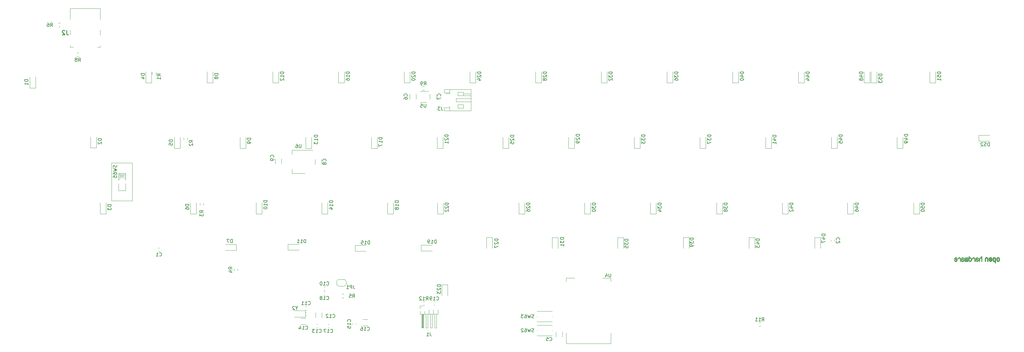
<source format=gbr>
%TF.GenerationSoftware,KiCad,Pcbnew,5.1.10*%
%TF.CreationDate,2021-07-28T13:13:53+02:00*%
%TF.ProjectId,msp430_Keyboard,6d737034-3330-45f4-9b65-79626f617264,rev?*%
%TF.SameCoordinates,Original*%
%TF.FileFunction,Legend,Bot*%
%TF.FilePolarity,Positive*%
%FSLAX46Y46*%
G04 Gerber Fmt 4.6, Leading zero omitted, Abs format (unit mm)*
G04 Created by KiCad (PCBNEW 5.1.10) date 2021-07-28 13:13:53*
%MOMM*%
%LPD*%
G01*
G04 APERTURE LIST*
%ADD10C,0.010000*%
%ADD11C,0.120000*%
%ADD12C,0.100000*%
%ADD13C,0.150000*%
%ADD14C,0.254000*%
G04 APERTURE END LIST*
D10*
%TO.C,REF\u002A\u002A*%
G36*
X272925100Y-59995903D02*
G01*
X272813550Y-60051522D01*
X272715092Y-60153931D01*
X272687977Y-60191864D01*
X272658438Y-60241500D01*
X272639272Y-60295412D01*
X272628307Y-60367364D01*
X272623371Y-60471122D01*
X272622287Y-60608101D01*
X272627182Y-60795815D01*
X272644196Y-60936758D01*
X272676823Y-61041908D01*
X272728558Y-61122243D01*
X272802896Y-61188741D01*
X272808358Y-61192678D01*
X272881620Y-61232953D01*
X272969840Y-61252880D01*
X273082038Y-61257793D01*
X273264433Y-61257793D01*
X273264509Y-61434857D01*
X273266207Y-61533470D01*
X273276550Y-61591314D01*
X273303578Y-61626006D01*
X273355332Y-61655164D01*
X273367761Y-61661121D01*
X273425923Y-61689039D01*
X273470956Y-61706672D01*
X273504441Y-61708194D01*
X273527962Y-61687781D01*
X273543100Y-61639607D01*
X273551437Y-61557846D01*
X273554556Y-61436672D01*
X273554040Y-61270260D01*
X273551471Y-61052785D01*
X273550668Y-60987736D01*
X273547778Y-60763502D01*
X273545188Y-60616821D01*
X273264586Y-60616821D01*
X273263009Y-60741326D01*
X273256000Y-60822787D01*
X273240142Y-60876515D01*
X273212019Y-60917823D01*
X273192925Y-60937971D01*
X273114865Y-60996921D01*
X273045753Y-61001720D01*
X272974440Y-60953038D01*
X272972632Y-60951241D01*
X272943617Y-60913618D01*
X272925967Y-60862484D01*
X272917064Y-60783738D01*
X272914291Y-60663276D01*
X272914241Y-60636588D01*
X272920942Y-60470583D01*
X272942752Y-60355505D01*
X272982235Y-60285254D01*
X273041956Y-60253729D01*
X273076472Y-60250552D01*
X273158389Y-60265460D01*
X273214579Y-60314548D01*
X273248402Y-60404362D01*
X273263220Y-60541445D01*
X273264586Y-60616821D01*
X273545188Y-60616821D01*
X273544713Y-60589952D01*
X273540753Y-60459382D01*
X273535174Y-60364087D01*
X273527254Y-60296364D01*
X273516269Y-60248507D01*
X273501499Y-60212813D01*
X273482218Y-60181578D01*
X273473951Y-60169824D01*
X273364288Y-60058797D01*
X273225635Y-59995847D01*
X273065246Y-59978297D01*
X272925100Y-59995903D01*
G37*
X272925100Y-59995903D02*
X272813550Y-60051522D01*
X272715092Y-60153931D01*
X272687977Y-60191864D01*
X272658438Y-60241500D01*
X272639272Y-60295412D01*
X272628307Y-60367364D01*
X272623371Y-60471122D01*
X272622287Y-60608101D01*
X272627182Y-60795815D01*
X272644196Y-60936758D01*
X272676823Y-61041908D01*
X272728558Y-61122243D01*
X272802896Y-61188741D01*
X272808358Y-61192678D01*
X272881620Y-61232953D01*
X272969840Y-61252880D01*
X273082038Y-61257793D01*
X273264433Y-61257793D01*
X273264509Y-61434857D01*
X273266207Y-61533470D01*
X273276550Y-61591314D01*
X273303578Y-61626006D01*
X273355332Y-61655164D01*
X273367761Y-61661121D01*
X273425923Y-61689039D01*
X273470956Y-61706672D01*
X273504441Y-61708194D01*
X273527962Y-61687781D01*
X273543100Y-61639607D01*
X273551437Y-61557846D01*
X273554556Y-61436672D01*
X273554040Y-61270260D01*
X273551471Y-61052785D01*
X273550668Y-60987736D01*
X273547778Y-60763502D01*
X273545188Y-60616821D01*
X273264586Y-60616821D01*
X273263009Y-60741326D01*
X273256000Y-60822787D01*
X273240142Y-60876515D01*
X273212019Y-60917823D01*
X273192925Y-60937971D01*
X273114865Y-60996921D01*
X273045753Y-61001720D01*
X272974440Y-60953038D01*
X272972632Y-60951241D01*
X272943617Y-60913618D01*
X272925967Y-60862484D01*
X272917064Y-60783738D01*
X272914291Y-60663276D01*
X272914241Y-60636588D01*
X272920942Y-60470583D01*
X272942752Y-60355505D01*
X272982235Y-60285254D01*
X273041956Y-60253729D01*
X273076472Y-60250552D01*
X273158389Y-60265460D01*
X273214579Y-60314548D01*
X273248402Y-60404362D01*
X273263220Y-60541445D01*
X273264586Y-60616821D01*
X273545188Y-60616821D01*
X273544713Y-60589952D01*
X273540753Y-60459382D01*
X273535174Y-60364087D01*
X273527254Y-60296364D01*
X273516269Y-60248507D01*
X273501499Y-60212813D01*
X273482218Y-60181578D01*
X273473951Y-60169824D01*
X273364288Y-60058797D01*
X273225635Y-59995847D01*
X273065246Y-59978297D01*
X272925100Y-59995903D01*
G36*
X270679571Y-60011719D02*
G01*
X270585877Y-60065914D01*
X270520736Y-60119707D01*
X270473093Y-60176066D01*
X270440272Y-60244987D01*
X270419594Y-60336468D01*
X270408380Y-60460506D01*
X270403951Y-60627098D01*
X270403437Y-60746851D01*
X270403437Y-61187659D01*
X270527517Y-61243283D01*
X270651598Y-61298907D01*
X270666195Y-60816095D01*
X270672227Y-60635779D01*
X270678555Y-60504901D01*
X270686394Y-60414511D01*
X270696963Y-60355664D01*
X270711477Y-60319413D01*
X270731152Y-60296810D01*
X270737465Y-60291917D01*
X270833112Y-60253706D01*
X270929793Y-60268827D01*
X270987345Y-60308943D01*
X271010755Y-60337370D01*
X271026961Y-60374672D01*
X271037259Y-60431223D01*
X271042951Y-60517394D01*
X271045336Y-60643558D01*
X271045736Y-60775042D01*
X271045814Y-60939999D01*
X271048639Y-61056761D01*
X271058093Y-61135510D01*
X271078060Y-61186431D01*
X271112424Y-61219706D01*
X271165068Y-61245520D01*
X271235383Y-61272344D01*
X271312180Y-61301542D01*
X271303038Y-60783346D01*
X271299357Y-60596539D01*
X271295050Y-60458490D01*
X271288877Y-60359568D01*
X271279598Y-60290145D01*
X271265973Y-60240590D01*
X271246761Y-60201273D01*
X271223598Y-60166584D01*
X271111848Y-60055770D01*
X270975487Y-59991689D01*
X270827175Y-59976339D01*
X270679571Y-60011719D01*
G37*
X270679571Y-60011719D02*
X270585877Y-60065914D01*
X270520736Y-60119707D01*
X270473093Y-60176066D01*
X270440272Y-60244987D01*
X270419594Y-60336468D01*
X270408380Y-60460506D01*
X270403951Y-60627098D01*
X270403437Y-60746851D01*
X270403437Y-61187659D01*
X270527517Y-61243283D01*
X270651598Y-61298907D01*
X270666195Y-60816095D01*
X270672227Y-60635779D01*
X270678555Y-60504901D01*
X270686394Y-60414511D01*
X270696963Y-60355664D01*
X270711477Y-60319413D01*
X270731152Y-60296810D01*
X270737465Y-60291917D01*
X270833112Y-60253706D01*
X270929793Y-60268827D01*
X270987345Y-60308943D01*
X271010755Y-60337370D01*
X271026961Y-60374672D01*
X271037259Y-60431223D01*
X271042951Y-60517394D01*
X271045336Y-60643558D01*
X271045736Y-60775042D01*
X271045814Y-60939999D01*
X271048639Y-61056761D01*
X271058093Y-61135510D01*
X271078060Y-61186431D01*
X271112424Y-61219706D01*
X271165068Y-61245520D01*
X271235383Y-61272344D01*
X271312180Y-61301542D01*
X271303038Y-60783346D01*
X271299357Y-60596539D01*
X271295050Y-60458490D01*
X271288877Y-60359568D01*
X271279598Y-60290145D01*
X271265973Y-60240590D01*
X271246761Y-60201273D01*
X271223598Y-60166584D01*
X271111848Y-60055770D01*
X270975487Y-59991689D01*
X270827175Y-59976339D01*
X270679571Y-60011719D01*
G36*
X274048779Y-60000015D02*
G01*
X273911939Y-60071968D01*
X273810949Y-60187766D01*
X273775075Y-60262213D01*
X273747161Y-60373992D01*
X273732871Y-60515227D01*
X273731516Y-60669371D01*
X273742405Y-60819879D01*
X273764847Y-60950205D01*
X273798150Y-61043803D01*
X273808385Y-61059922D01*
X273929618Y-61180249D01*
X274073613Y-61252317D01*
X274229861Y-61273408D01*
X274387852Y-61240802D01*
X274431820Y-61221253D01*
X274517444Y-61161012D01*
X274592592Y-61081135D01*
X274599694Y-61071004D01*
X274628561Y-61022181D01*
X274647643Y-60969990D01*
X274658916Y-60901285D01*
X274664355Y-60802918D01*
X274665938Y-60661744D01*
X274665965Y-60630092D01*
X274665893Y-60620019D01*
X274374011Y-60620019D01*
X274372313Y-60753256D01*
X274365628Y-60841674D01*
X274351575Y-60898785D01*
X274327771Y-60938102D01*
X274315621Y-60951241D01*
X274245764Y-61001172D01*
X274177941Y-60998895D01*
X274109365Y-60955584D01*
X274068465Y-60909346D01*
X274044242Y-60841857D01*
X274030639Y-60735433D01*
X274029706Y-60723020D01*
X274027384Y-60530147D01*
X274051650Y-60386900D01*
X274102176Y-60294160D01*
X274178632Y-60252807D01*
X274205924Y-60250552D01*
X274277589Y-60261893D01*
X274326610Y-60301184D01*
X274356582Y-60376326D01*
X274371101Y-60495222D01*
X274374011Y-60620019D01*
X274665893Y-60620019D01*
X274664878Y-60479659D01*
X274660312Y-60374549D01*
X274650312Y-60301714D01*
X274632921Y-60248108D01*
X274606184Y-60200681D01*
X274600276Y-60191864D01*
X274500968Y-60073007D01*
X274392758Y-60004008D01*
X274261019Y-59976619D01*
X274216283Y-59975281D01*
X274048779Y-60000015D01*
G37*
X274048779Y-60000015D02*
X273911939Y-60071968D01*
X273810949Y-60187766D01*
X273775075Y-60262213D01*
X273747161Y-60373992D01*
X273732871Y-60515227D01*
X273731516Y-60669371D01*
X273742405Y-60819879D01*
X273764847Y-60950205D01*
X273798150Y-61043803D01*
X273808385Y-61059922D01*
X273929618Y-61180249D01*
X274073613Y-61252317D01*
X274229861Y-61273408D01*
X274387852Y-61240802D01*
X274431820Y-61221253D01*
X274517444Y-61161012D01*
X274592592Y-61081135D01*
X274599694Y-61071004D01*
X274628561Y-61022181D01*
X274647643Y-60969990D01*
X274658916Y-60901285D01*
X274664355Y-60802918D01*
X274665938Y-60661744D01*
X274665965Y-60630092D01*
X274665893Y-60620019D01*
X274374011Y-60620019D01*
X274372313Y-60753256D01*
X274365628Y-60841674D01*
X274351575Y-60898785D01*
X274327771Y-60938102D01*
X274315621Y-60951241D01*
X274245764Y-61001172D01*
X274177941Y-60998895D01*
X274109365Y-60955584D01*
X274068465Y-60909346D01*
X274044242Y-60841857D01*
X274030639Y-60735433D01*
X274029706Y-60723020D01*
X274027384Y-60530147D01*
X274051650Y-60386900D01*
X274102176Y-60294160D01*
X274178632Y-60252807D01*
X274205924Y-60250552D01*
X274277589Y-60261893D01*
X274326610Y-60301184D01*
X274356582Y-60376326D01*
X274371101Y-60495222D01*
X274374011Y-60620019D01*
X274665893Y-60620019D01*
X274664878Y-60479659D01*
X274660312Y-60374549D01*
X274650312Y-60301714D01*
X274632921Y-60248108D01*
X274606184Y-60200681D01*
X274600276Y-60191864D01*
X274500968Y-60073007D01*
X274392758Y-60004008D01*
X274261019Y-59976619D01*
X274216283Y-59975281D01*
X274048779Y-60000015D01*
G36*
X271781448Y-60018676D02*
G01*
X271666342Y-60096111D01*
X271577389Y-60207949D01*
X271524251Y-60350265D01*
X271513503Y-60455015D01*
X271514724Y-60498726D01*
X271524944Y-60532194D01*
X271553039Y-60562179D01*
X271607884Y-60595440D01*
X271698355Y-60638738D01*
X271833328Y-60698833D01*
X271834011Y-60699134D01*
X271958249Y-60756037D01*
X272060127Y-60806565D01*
X272129233Y-60845280D01*
X272155154Y-60866740D01*
X272155161Y-60866913D01*
X272132315Y-60913644D01*
X272078891Y-60965154D01*
X272017558Y-61002261D01*
X271986485Y-61009632D01*
X271901711Y-60984138D01*
X271828707Y-60920291D01*
X271793087Y-60850094D01*
X271758820Y-60798343D01*
X271691697Y-60739409D01*
X271612792Y-60688496D01*
X271543179Y-60660809D01*
X271528623Y-60659287D01*
X271512237Y-60684321D01*
X271511250Y-60748311D01*
X271523292Y-60834593D01*
X271545993Y-60926501D01*
X271576986Y-61007369D01*
X271578552Y-61010509D01*
X271671819Y-61140734D01*
X271792696Y-61229311D01*
X271929973Y-61272786D01*
X272072440Y-61267706D01*
X272208888Y-61210616D01*
X272214955Y-61206602D01*
X272322290Y-61109326D01*
X272392868Y-60982409D01*
X272431926Y-60815526D01*
X272437168Y-60768639D01*
X272446452Y-60547329D01*
X272435322Y-60444124D01*
X272155161Y-60444124D01*
X272151521Y-60508503D01*
X272131611Y-60527291D01*
X272081974Y-60513235D01*
X272003733Y-60480009D01*
X271916274Y-60438359D01*
X271914101Y-60437256D01*
X271839970Y-60398265D01*
X271810219Y-60372244D01*
X271817555Y-60344965D01*
X271848447Y-60309121D01*
X271927040Y-60257251D01*
X272011677Y-60253439D01*
X272087597Y-60291189D01*
X272140035Y-60364001D01*
X272155161Y-60444124D01*
X272435322Y-60444124D01*
X272427356Y-60370261D01*
X272378366Y-60229829D01*
X272310164Y-60131447D01*
X272187065Y-60032030D01*
X272051472Y-59982711D01*
X271913045Y-59979568D01*
X271781448Y-60018676D01*
G37*
X271781448Y-60018676D02*
X271666342Y-60096111D01*
X271577389Y-60207949D01*
X271524251Y-60350265D01*
X271513503Y-60455015D01*
X271514724Y-60498726D01*
X271524944Y-60532194D01*
X271553039Y-60562179D01*
X271607884Y-60595440D01*
X271698355Y-60638738D01*
X271833328Y-60698833D01*
X271834011Y-60699134D01*
X271958249Y-60756037D01*
X272060127Y-60806565D01*
X272129233Y-60845280D01*
X272155154Y-60866740D01*
X272155161Y-60866913D01*
X272132315Y-60913644D01*
X272078891Y-60965154D01*
X272017558Y-61002261D01*
X271986485Y-61009632D01*
X271901711Y-60984138D01*
X271828707Y-60920291D01*
X271793087Y-60850094D01*
X271758820Y-60798343D01*
X271691697Y-60739409D01*
X271612792Y-60688496D01*
X271543179Y-60660809D01*
X271528623Y-60659287D01*
X271512237Y-60684321D01*
X271511250Y-60748311D01*
X271523292Y-60834593D01*
X271545993Y-60926501D01*
X271576986Y-61007369D01*
X271578552Y-61010509D01*
X271671819Y-61140734D01*
X271792696Y-61229311D01*
X271929973Y-61272786D01*
X272072440Y-61267706D01*
X272208888Y-61210616D01*
X272214955Y-61206602D01*
X272322290Y-61109326D01*
X272392868Y-60982409D01*
X272431926Y-60815526D01*
X272437168Y-60768639D01*
X272446452Y-60547329D01*
X272435322Y-60444124D01*
X272155161Y-60444124D01*
X272151521Y-60508503D01*
X272131611Y-60527291D01*
X272081974Y-60513235D01*
X272003733Y-60480009D01*
X271916274Y-60438359D01*
X271914101Y-60437256D01*
X271839970Y-60398265D01*
X271810219Y-60372244D01*
X271817555Y-60344965D01*
X271848447Y-60309121D01*
X271927040Y-60257251D01*
X272011677Y-60253439D01*
X272087597Y-60291189D01*
X272140035Y-60364001D01*
X272155161Y-60444124D01*
X272435322Y-60444124D01*
X272427356Y-60370261D01*
X272378366Y-60229829D01*
X272310164Y-60131447D01*
X272187065Y-60032030D01*
X272051472Y-59982711D01*
X271913045Y-59979568D01*
X271781448Y-60018676D01*
G36*
X269352402Y-59857857D02*
G01*
X269343846Y-59977188D01*
X269334019Y-60047506D01*
X269320401Y-60078179D01*
X269300473Y-60078571D01*
X269294011Y-60074910D01*
X269208060Y-60048398D01*
X269096255Y-60049946D01*
X268982586Y-60077199D01*
X268911490Y-60112455D01*
X268838595Y-60168778D01*
X268785307Y-60232519D01*
X268748725Y-60313510D01*
X268725950Y-60421586D01*
X268714081Y-60566580D01*
X268710218Y-60758326D01*
X268710149Y-60795109D01*
X268710103Y-61208288D01*
X268802046Y-61240339D01*
X268867348Y-61262144D01*
X268903176Y-61272297D01*
X268904230Y-61272391D01*
X268907758Y-61244860D01*
X268910761Y-61168923D01*
X268913010Y-61054565D01*
X268914276Y-60911769D01*
X268914471Y-60824951D01*
X268914877Y-60653773D01*
X268916968Y-60531088D01*
X268922053Y-60447000D01*
X268931440Y-60391614D01*
X268946439Y-60355032D01*
X268968358Y-60327359D01*
X268982043Y-60314032D01*
X269076051Y-60260328D01*
X269178636Y-60256307D01*
X269271710Y-60301725D01*
X269288922Y-60318123D01*
X269314168Y-60348957D01*
X269331680Y-60385531D01*
X269342858Y-60438415D01*
X269349104Y-60518177D01*
X269351818Y-60635385D01*
X269352402Y-60796991D01*
X269352402Y-61208288D01*
X269444345Y-61240339D01*
X269509647Y-61262144D01*
X269545475Y-61272297D01*
X269546529Y-61272391D01*
X269549225Y-61244448D01*
X269551655Y-61165630D01*
X269553722Y-61043453D01*
X269555329Y-60885432D01*
X269556377Y-60699083D01*
X269556769Y-60491920D01*
X269556770Y-60482706D01*
X269556770Y-59693020D01*
X269461885Y-59652997D01*
X269367000Y-59612973D01*
X269352402Y-59857857D01*
G37*
X269352402Y-59857857D02*
X269343846Y-59977188D01*
X269334019Y-60047506D01*
X269320401Y-60078179D01*
X269300473Y-60078571D01*
X269294011Y-60074910D01*
X269208060Y-60048398D01*
X269096255Y-60049946D01*
X268982586Y-60077199D01*
X268911490Y-60112455D01*
X268838595Y-60168778D01*
X268785307Y-60232519D01*
X268748725Y-60313510D01*
X268725950Y-60421586D01*
X268714081Y-60566580D01*
X268710218Y-60758326D01*
X268710149Y-60795109D01*
X268710103Y-61208288D01*
X268802046Y-61240339D01*
X268867348Y-61262144D01*
X268903176Y-61272297D01*
X268904230Y-61272391D01*
X268907758Y-61244860D01*
X268910761Y-61168923D01*
X268913010Y-61054565D01*
X268914276Y-60911769D01*
X268914471Y-60824951D01*
X268914877Y-60653773D01*
X268916968Y-60531088D01*
X268922053Y-60447000D01*
X268931440Y-60391614D01*
X268946439Y-60355032D01*
X268968358Y-60327359D01*
X268982043Y-60314032D01*
X269076051Y-60260328D01*
X269178636Y-60256307D01*
X269271710Y-60301725D01*
X269288922Y-60318123D01*
X269314168Y-60348957D01*
X269331680Y-60385531D01*
X269342858Y-60438415D01*
X269349104Y-60518177D01*
X269351818Y-60635385D01*
X269352402Y-60796991D01*
X269352402Y-61208288D01*
X269444345Y-61240339D01*
X269509647Y-61262144D01*
X269545475Y-61272297D01*
X269546529Y-61272391D01*
X269549225Y-61244448D01*
X269551655Y-61165630D01*
X269553722Y-61043453D01*
X269555329Y-60885432D01*
X269556377Y-60699083D01*
X269556769Y-60491920D01*
X269556770Y-60482706D01*
X269556770Y-59693020D01*
X269461885Y-59652997D01*
X269367000Y-59612973D01*
X269352402Y-59857857D01*
G36*
X268017056Y-60058360D02*
G01*
X267902657Y-60100842D01*
X267901348Y-60101658D01*
X267830597Y-60153730D01*
X267778364Y-60214584D01*
X267741629Y-60293887D01*
X267717366Y-60401309D01*
X267702555Y-60546517D01*
X267694171Y-60739179D01*
X267693436Y-60766628D01*
X267682880Y-61180521D01*
X267771709Y-61226456D01*
X267835982Y-61257498D01*
X267874790Y-61272206D01*
X267876585Y-61272391D01*
X267883300Y-61245250D01*
X267888635Y-61172041D01*
X267891917Y-61065081D01*
X267892632Y-60978469D01*
X267892649Y-60838162D01*
X267899063Y-60750051D01*
X267921420Y-60708025D01*
X267969268Y-60705975D01*
X268052151Y-60737790D01*
X268177287Y-60796272D01*
X268269303Y-60844845D01*
X268316629Y-60886986D01*
X268330542Y-60932916D01*
X268330563Y-60935189D01*
X268307605Y-61014311D01*
X268239630Y-61057055D01*
X268135602Y-61063246D01*
X268060670Y-61062172D01*
X268021161Y-61083753D01*
X267996522Y-61135591D01*
X267982341Y-61201632D01*
X268002777Y-61239104D01*
X268010472Y-61244467D01*
X268082917Y-61266006D01*
X268184367Y-61269055D01*
X268288843Y-61254778D01*
X268362875Y-61228688D01*
X268465228Y-61141785D01*
X268523409Y-61020816D01*
X268534931Y-60926308D01*
X268526138Y-60841062D01*
X268494320Y-60771476D01*
X268431316Y-60709672D01*
X268328969Y-60647772D01*
X268179118Y-60577897D01*
X268169988Y-60573948D01*
X268035003Y-60511588D01*
X267951706Y-60460446D01*
X267916003Y-60414488D01*
X267923797Y-60367683D01*
X267970993Y-60313998D01*
X267985106Y-60301644D01*
X268079641Y-60253741D01*
X268177594Y-60255758D01*
X268262903Y-60302724D01*
X268319504Y-60389669D01*
X268324763Y-60406734D01*
X268375977Y-60489504D01*
X268440963Y-60529372D01*
X268534931Y-60568882D01*
X268534931Y-60466658D01*
X268506347Y-60318072D01*
X268421505Y-60181784D01*
X268377355Y-60136191D01*
X268276995Y-60077674D01*
X268149365Y-60051184D01*
X268017056Y-60058360D01*
G37*
X268017056Y-60058360D02*
X267902657Y-60100842D01*
X267901348Y-60101658D01*
X267830597Y-60153730D01*
X267778364Y-60214584D01*
X267741629Y-60293887D01*
X267717366Y-60401309D01*
X267702555Y-60546517D01*
X267694171Y-60739179D01*
X267693436Y-60766628D01*
X267682880Y-61180521D01*
X267771709Y-61226456D01*
X267835982Y-61257498D01*
X267874790Y-61272206D01*
X267876585Y-61272391D01*
X267883300Y-61245250D01*
X267888635Y-61172041D01*
X267891917Y-61065081D01*
X267892632Y-60978469D01*
X267892649Y-60838162D01*
X267899063Y-60750051D01*
X267921420Y-60708025D01*
X267969268Y-60705975D01*
X268052151Y-60737790D01*
X268177287Y-60796272D01*
X268269303Y-60844845D01*
X268316629Y-60886986D01*
X268330542Y-60932916D01*
X268330563Y-60935189D01*
X268307605Y-61014311D01*
X268239630Y-61057055D01*
X268135602Y-61063246D01*
X268060670Y-61062172D01*
X268021161Y-61083753D01*
X267996522Y-61135591D01*
X267982341Y-61201632D01*
X268002777Y-61239104D01*
X268010472Y-61244467D01*
X268082917Y-61266006D01*
X268184367Y-61269055D01*
X268288843Y-61254778D01*
X268362875Y-61228688D01*
X268465228Y-61141785D01*
X268523409Y-61020816D01*
X268534931Y-60926308D01*
X268526138Y-60841062D01*
X268494320Y-60771476D01*
X268431316Y-60709672D01*
X268328969Y-60647772D01*
X268179118Y-60577897D01*
X268169988Y-60573948D01*
X268035003Y-60511588D01*
X267951706Y-60460446D01*
X267916003Y-60414488D01*
X267923797Y-60367683D01*
X267970993Y-60313998D01*
X267985106Y-60301644D01*
X268079641Y-60253741D01*
X268177594Y-60255758D01*
X268262903Y-60302724D01*
X268319504Y-60389669D01*
X268324763Y-60406734D01*
X268375977Y-60489504D01*
X268440963Y-60529372D01*
X268534931Y-60568882D01*
X268534931Y-60466658D01*
X268506347Y-60318072D01*
X268421505Y-60181784D01*
X268377355Y-60136191D01*
X268276995Y-60077674D01*
X268149365Y-60051184D01*
X268017056Y-60058360D01*
G36*
X267031057Y-60055920D02*
G01*
X266898435Y-60104859D01*
X266790990Y-60191419D01*
X266748968Y-60252352D01*
X266703157Y-60364161D01*
X266704109Y-60445006D01*
X266752192Y-60499378D01*
X266769983Y-60508624D01*
X266846796Y-60537450D01*
X266886024Y-60530065D01*
X266899311Y-60481658D01*
X266899988Y-60454920D01*
X266924314Y-60356548D01*
X266987719Y-60287734D01*
X267075846Y-60254498D01*
X267174337Y-60262861D01*
X267254398Y-60306296D01*
X267281439Y-60331072D01*
X267300606Y-60361129D01*
X267313554Y-60406565D01*
X267321936Y-60477476D01*
X267327407Y-60583960D01*
X267331622Y-60736112D01*
X267332713Y-60784287D01*
X267336693Y-60949095D01*
X267341219Y-61065088D01*
X267348005Y-61141833D01*
X267358769Y-61188893D01*
X267375227Y-61215835D01*
X267399094Y-61232223D01*
X267414374Y-61239463D01*
X267479267Y-61264220D01*
X267517466Y-61272391D01*
X267530088Y-61245103D01*
X267537792Y-61162603D01*
X267540620Y-61023941D01*
X267538614Y-60828162D01*
X267537989Y-60797965D01*
X267533579Y-60619349D01*
X267528365Y-60488923D01*
X267520945Y-60396492D01*
X267509918Y-60331858D01*
X267493883Y-60284825D01*
X267471439Y-60245196D01*
X267459698Y-60228215D01*
X267392381Y-60153080D01*
X267317090Y-60094638D01*
X267307872Y-60089536D01*
X267172867Y-60049260D01*
X267031057Y-60055920D01*
G37*
X267031057Y-60055920D02*
X266898435Y-60104859D01*
X266790990Y-60191419D01*
X266748968Y-60252352D01*
X266703157Y-60364161D01*
X266704109Y-60445006D01*
X266752192Y-60499378D01*
X266769983Y-60508624D01*
X266846796Y-60537450D01*
X266886024Y-60530065D01*
X266899311Y-60481658D01*
X266899988Y-60454920D01*
X266924314Y-60356548D01*
X266987719Y-60287734D01*
X267075846Y-60254498D01*
X267174337Y-60262861D01*
X267254398Y-60306296D01*
X267281439Y-60331072D01*
X267300606Y-60361129D01*
X267313554Y-60406565D01*
X267321936Y-60477476D01*
X267327407Y-60583960D01*
X267331622Y-60736112D01*
X267332713Y-60784287D01*
X267336693Y-60949095D01*
X267341219Y-61065088D01*
X267348005Y-61141833D01*
X267358769Y-61188893D01*
X267375227Y-61215835D01*
X267399094Y-61232223D01*
X267414374Y-61239463D01*
X267479267Y-61264220D01*
X267517466Y-61272391D01*
X267530088Y-61245103D01*
X267537792Y-61162603D01*
X267540620Y-61023941D01*
X267538614Y-60828162D01*
X267537989Y-60797965D01*
X267533579Y-60619349D01*
X267528365Y-60488923D01*
X267520945Y-60396492D01*
X267509918Y-60331858D01*
X267493883Y-60284825D01*
X267471439Y-60245196D01*
X267459698Y-60228215D01*
X267392381Y-60153080D01*
X267317090Y-60094638D01*
X267307872Y-60089536D01*
X267172867Y-60049260D01*
X267031057Y-60055920D01*
G36*
X265703086Y-60288455D02*
G01*
X265703457Y-60506661D01*
X265704892Y-60674519D01*
X265707998Y-60800070D01*
X265713378Y-60891355D01*
X265721638Y-60956415D01*
X265733384Y-61003291D01*
X265749219Y-61040024D01*
X265761210Y-61060991D01*
X265860510Y-61174694D01*
X265986412Y-61245965D01*
X266125709Y-61271538D01*
X266265195Y-61248150D01*
X266348257Y-61206119D01*
X266435455Y-61133411D01*
X266494883Y-61044612D01*
X266530739Y-60928320D01*
X266547219Y-60773135D01*
X266549553Y-60659287D01*
X266549239Y-60651106D01*
X266345276Y-60651106D01*
X266344030Y-60781657D01*
X266338322Y-60868080D01*
X266325196Y-60924618D01*
X266301694Y-60965514D01*
X266273614Y-60996362D01*
X266179312Y-61055905D01*
X266078060Y-61060992D01*
X265982364Y-61011279D01*
X265974916Y-61004543D01*
X265943126Y-60969502D01*
X265923192Y-60927811D01*
X265912400Y-60865762D01*
X265908035Y-60769644D01*
X265907345Y-60663379D01*
X265908841Y-60529880D01*
X265915036Y-60440822D01*
X265928486Y-60382293D01*
X265951749Y-60340382D01*
X265970825Y-60318123D01*
X266059437Y-60261985D01*
X266161492Y-60255235D01*
X266258905Y-60298114D01*
X266277704Y-60314032D01*
X266309707Y-60349382D01*
X266329682Y-60391502D01*
X266340407Y-60454251D01*
X266344661Y-60551487D01*
X266345276Y-60651106D01*
X266549239Y-60651106D01*
X266542496Y-60475947D01*
X266518528Y-60338195D01*
X266473452Y-60234632D01*
X266403072Y-60153856D01*
X266348257Y-60112455D01*
X266248624Y-60067728D01*
X266133145Y-60046967D01*
X266025801Y-60052525D01*
X265965736Y-60074943D01*
X265942165Y-60081323D01*
X265926523Y-60057535D01*
X265915605Y-59993788D01*
X265907345Y-59896687D01*
X265898301Y-59788541D01*
X265885739Y-59723475D01*
X265862881Y-59686268D01*
X265822949Y-59661699D01*
X265797862Y-59650819D01*
X265702977Y-59611072D01*
X265703086Y-60288455D01*
G37*
X265703086Y-60288455D02*
X265703457Y-60506661D01*
X265704892Y-60674519D01*
X265707998Y-60800070D01*
X265713378Y-60891355D01*
X265721638Y-60956415D01*
X265733384Y-61003291D01*
X265749219Y-61040024D01*
X265761210Y-61060991D01*
X265860510Y-61174694D01*
X265986412Y-61245965D01*
X266125709Y-61271538D01*
X266265195Y-61248150D01*
X266348257Y-61206119D01*
X266435455Y-61133411D01*
X266494883Y-61044612D01*
X266530739Y-60928320D01*
X266547219Y-60773135D01*
X266549553Y-60659287D01*
X266549239Y-60651106D01*
X266345276Y-60651106D01*
X266344030Y-60781657D01*
X266338322Y-60868080D01*
X266325196Y-60924618D01*
X266301694Y-60965514D01*
X266273614Y-60996362D01*
X266179312Y-61055905D01*
X266078060Y-61060992D01*
X265982364Y-61011279D01*
X265974916Y-61004543D01*
X265943126Y-60969502D01*
X265923192Y-60927811D01*
X265912400Y-60865762D01*
X265908035Y-60769644D01*
X265907345Y-60663379D01*
X265908841Y-60529880D01*
X265915036Y-60440822D01*
X265928486Y-60382293D01*
X265951749Y-60340382D01*
X265970825Y-60318123D01*
X266059437Y-60261985D01*
X266161492Y-60255235D01*
X266258905Y-60298114D01*
X266277704Y-60314032D01*
X266309707Y-60349382D01*
X266329682Y-60391502D01*
X266340407Y-60454251D01*
X266344661Y-60551487D01*
X266345276Y-60651106D01*
X266549239Y-60651106D01*
X266542496Y-60475947D01*
X266518528Y-60338195D01*
X266473452Y-60234632D01*
X266403072Y-60153856D01*
X266348257Y-60112455D01*
X266248624Y-60067728D01*
X266133145Y-60046967D01*
X266025801Y-60052525D01*
X265965736Y-60074943D01*
X265942165Y-60081323D01*
X265926523Y-60057535D01*
X265915605Y-59993788D01*
X265907345Y-59896687D01*
X265898301Y-59788541D01*
X265885739Y-59723475D01*
X265862881Y-59686268D01*
X265822949Y-59661699D01*
X265797862Y-59650819D01*
X265702977Y-59611072D01*
X265703086Y-60288455D01*
G36*
X264516876Y-60073840D02*
G01*
X264512421Y-60150653D01*
X264508929Y-60267391D01*
X264506685Y-60414821D01*
X264505965Y-60569455D01*
X264505965Y-61092727D01*
X264598355Y-61185117D01*
X264662022Y-61242047D01*
X264717911Y-61265107D01*
X264794298Y-61263647D01*
X264824620Y-61259934D01*
X264919390Y-61249126D01*
X264997778Y-61242933D01*
X265016885Y-61242361D01*
X265081301Y-61246102D01*
X265173429Y-61255494D01*
X265209150Y-61259934D01*
X265296886Y-61266801D01*
X265355847Y-61251885D01*
X265414310Y-61205835D01*
X265435415Y-61185117D01*
X265527805Y-61092727D01*
X265527805Y-60113947D01*
X265453442Y-60080066D01*
X265389410Y-60054970D01*
X265351948Y-60046184D01*
X265342343Y-60073950D01*
X265333365Y-60151530D01*
X265325614Y-60270348D01*
X265319686Y-60421828D01*
X265316827Y-60549805D01*
X265308839Y-61053425D01*
X265239152Y-61063278D01*
X265175771Y-61056389D01*
X265144714Y-61034083D01*
X265136033Y-60992379D01*
X265128622Y-60903544D01*
X265123069Y-60778834D01*
X265119964Y-60629507D01*
X265119516Y-60552661D01*
X265119069Y-60110287D01*
X265027126Y-60078235D01*
X264962051Y-60056443D01*
X264926653Y-60046281D01*
X264925632Y-60046184D01*
X264922080Y-60073809D01*
X264918177Y-60150411D01*
X264914249Y-60266579D01*
X264910624Y-60412904D01*
X264908092Y-60549805D01*
X264900103Y-61053425D01*
X264724931Y-61053425D01*
X264716893Y-60593965D01*
X264708854Y-60134505D01*
X264623457Y-60090344D01*
X264560407Y-60060019D01*
X264523090Y-60046258D01*
X264522013Y-60046184D01*
X264516876Y-60073840D01*
G37*
X264516876Y-60073840D02*
X264512421Y-60150653D01*
X264508929Y-60267391D01*
X264506685Y-60414821D01*
X264505965Y-60569455D01*
X264505965Y-61092727D01*
X264598355Y-61185117D01*
X264662022Y-61242047D01*
X264717911Y-61265107D01*
X264794298Y-61263647D01*
X264824620Y-61259934D01*
X264919390Y-61249126D01*
X264997778Y-61242933D01*
X265016885Y-61242361D01*
X265081301Y-61246102D01*
X265173429Y-61255494D01*
X265209150Y-61259934D01*
X265296886Y-61266801D01*
X265355847Y-61251885D01*
X265414310Y-61205835D01*
X265435415Y-61185117D01*
X265527805Y-61092727D01*
X265527805Y-60113947D01*
X265453442Y-60080066D01*
X265389410Y-60054970D01*
X265351948Y-60046184D01*
X265342343Y-60073950D01*
X265333365Y-60151530D01*
X265325614Y-60270348D01*
X265319686Y-60421828D01*
X265316827Y-60549805D01*
X265308839Y-61053425D01*
X265239152Y-61063278D01*
X265175771Y-61056389D01*
X265144714Y-61034083D01*
X265136033Y-60992379D01*
X265128622Y-60903544D01*
X265123069Y-60778834D01*
X265119964Y-60629507D01*
X265119516Y-60552661D01*
X265119069Y-60110287D01*
X265027126Y-60078235D01*
X264962051Y-60056443D01*
X264926653Y-60046281D01*
X264925632Y-60046184D01*
X264922080Y-60073809D01*
X264918177Y-60150411D01*
X264914249Y-60266579D01*
X264910624Y-60412904D01*
X264908092Y-60549805D01*
X264900103Y-61053425D01*
X264724931Y-61053425D01*
X264716893Y-60593965D01*
X264708854Y-60134505D01*
X264623457Y-60090344D01*
X264560407Y-60060019D01*
X264523090Y-60046258D01*
X264522013Y-60046184D01*
X264516876Y-60073840D01*
G36*
X263782594Y-60069156D02*
G01*
X263698531Y-60107393D01*
X263632550Y-60153726D01*
X263584206Y-60205532D01*
X263550828Y-60272363D01*
X263529747Y-60363769D01*
X263518293Y-60489301D01*
X263513797Y-60658508D01*
X263513322Y-60769933D01*
X263513322Y-61204627D01*
X263587684Y-61238509D01*
X263646254Y-61263272D01*
X263675270Y-61272391D01*
X263680821Y-61245257D01*
X263685225Y-61172094D01*
X263687922Y-61065263D01*
X263688494Y-60980437D01*
X263690954Y-60857887D01*
X263697588Y-60760668D01*
X263707274Y-60701134D01*
X263714968Y-60688483D01*
X263766689Y-60701402D01*
X263847883Y-60734539D01*
X263941898Y-60779461D01*
X264032083Y-60827735D01*
X264101785Y-60870928D01*
X264134352Y-60900608D01*
X264134481Y-60900929D01*
X264131680Y-60955857D01*
X264106561Y-61008292D01*
X264062459Y-61050881D01*
X263998091Y-61065126D01*
X263943079Y-61063466D01*
X263865165Y-61062245D01*
X263824268Y-61080498D01*
X263799705Y-61128726D01*
X263796608Y-61137820D01*
X263785960Y-61206598D01*
X263814435Y-61248360D01*
X263888656Y-61268263D01*
X263968832Y-61271944D01*
X264113110Y-61244658D01*
X264187797Y-61205690D01*
X264280037Y-61114148D01*
X264328957Y-61001782D01*
X264333346Y-60883051D01*
X264291999Y-60772411D01*
X264229803Y-60703080D01*
X264167706Y-60664265D01*
X264070105Y-60615125D01*
X263956368Y-60565292D01*
X263937410Y-60557677D01*
X263812479Y-60502545D01*
X263740461Y-60453954D01*
X263717300Y-60405647D01*
X263738936Y-60351370D01*
X263776080Y-60308943D01*
X263863873Y-60256702D01*
X263960470Y-60252784D01*
X264049056Y-60293041D01*
X264112814Y-60373326D01*
X264121183Y-60394040D01*
X264169904Y-60470225D01*
X264241035Y-60526785D01*
X264330793Y-60573201D01*
X264330793Y-60441584D01*
X264325510Y-60361168D01*
X264302858Y-60297786D01*
X264252633Y-60230163D01*
X264204418Y-60178076D01*
X264129446Y-60104322D01*
X264071194Y-60064702D01*
X264008628Y-60048810D01*
X263937807Y-60046184D01*
X263782594Y-60069156D01*
G37*
X263782594Y-60069156D02*
X263698531Y-60107393D01*
X263632550Y-60153726D01*
X263584206Y-60205532D01*
X263550828Y-60272363D01*
X263529747Y-60363769D01*
X263518293Y-60489301D01*
X263513797Y-60658508D01*
X263513322Y-60769933D01*
X263513322Y-61204627D01*
X263587684Y-61238509D01*
X263646254Y-61263272D01*
X263675270Y-61272391D01*
X263680821Y-61245257D01*
X263685225Y-61172094D01*
X263687922Y-61065263D01*
X263688494Y-60980437D01*
X263690954Y-60857887D01*
X263697588Y-60760668D01*
X263707274Y-60701134D01*
X263714968Y-60688483D01*
X263766689Y-60701402D01*
X263847883Y-60734539D01*
X263941898Y-60779461D01*
X264032083Y-60827735D01*
X264101785Y-60870928D01*
X264134352Y-60900608D01*
X264134481Y-60900929D01*
X264131680Y-60955857D01*
X264106561Y-61008292D01*
X264062459Y-61050881D01*
X263998091Y-61065126D01*
X263943079Y-61063466D01*
X263865165Y-61062245D01*
X263824268Y-61080498D01*
X263799705Y-61128726D01*
X263796608Y-61137820D01*
X263785960Y-61206598D01*
X263814435Y-61248360D01*
X263888656Y-61268263D01*
X263968832Y-61271944D01*
X264113110Y-61244658D01*
X264187797Y-61205690D01*
X264280037Y-61114148D01*
X264328957Y-61001782D01*
X264333346Y-60883051D01*
X264291999Y-60772411D01*
X264229803Y-60703080D01*
X264167706Y-60664265D01*
X264070105Y-60615125D01*
X263956368Y-60565292D01*
X263937410Y-60557677D01*
X263812479Y-60502545D01*
X263740461Y-60453954D01*
X263717300Y-60405647D01*
X263738936Y-60351370D01*
X263776080Y-60308943D01*
X263863873Y-60256702D01*
X263960470Y-60252784D01*
X264049056Y-60293041D01*
X264112814Y-60373326D01*
X264121183Y-60394040D01*
X264169904Y-60470225D01*
X264241035Y-60526785D01*
X264330793Y-60573201D01*
X264330793Y-60441584D01*
X264325510Y-60361168D01*
X264302858Y-60297786D01*
X264252633Y-60230163D01*
X264204418Y-60178076D01*
X264129446Y-60104322D01*
X264071194Y-60064702D01*
X264008628Y-60048810D01*
X263937807Y-60046184D01*
X263782594Y-60069156D01*
G36*
X262761310Y-60074018D02*
G01*
X262726415Y-60089269D01*
X262643123Y-60155235D01*
X262571897Y-60250618D01*
X262527847Y-60352406D01*
X262520678Y-60402587D01*
X262544715Y-60472647D01*
X262597439Y-60509717D01*
X262653969Y-60532164D01*
X262679854Y-60536300D01*
X262692458Y-60506283D01*
X262717346Y-60440961D01*
X262728265Y-60411445D01*
X262789492Y-60309348D01*
X262878139Y-60258423D01*
X262991807Y-60259989D01*
X263000226Y-60261994D01*
X263060912Y-60290767D01*
X263105526Y-60346859D01*
X263135998Y-60437163D01*
X263154256Y-60568571D01*
X263162229Y-60747974D01*
X263162977Y-60843433D01*
X263163348Y-60993913D01*
X263165777Y-61096495D01*
X263172240Y-61161672D01*
X263184712Y-61199938D01*
X263205167Y-61221785D01*
X263235581Y-61237707D01*
X263237339Y-61238509D01*
X263295909Y-61263272D01*
X263324925Y-61272391D01*
X263329384Y-61244822D01*
X263333201Y-61168620D01*
X263336101Y-61053541D01*
X263337809Y-60909341D01*
X263338149Y-60803814D01*
X263336412Y-60599613D01*
X263329618Y-60444697D01*
X263315393Y-60330024D01*
X263291362Y-60246551D01*
X263255152Y-60185236D01*
X263204388Y-60137034D01*
X263154261Y-60103393D01*
X263033725Y-60058619D01*
X262893443Y-60048521D01*
X262761310Y-60074018D01*
G37*
X262761310Y-60074018D02*
X262726415Y-60089269D01*
X262643123Y-60155235D01*
X262571897Y-60250618D01*
X262527847Y-60352406D01*
X262520678Y-60402587D01*
X262544715Y-60472647D01*
X262597439Y-60509717D01*
X262653969Y-60532164D01*
X262679854Y-60536300D01*
X262692458Y-60506283D01*
X262717346Y-60440961D01*
X262728265Y-60411445D01*
X262789492Y-60309348D01*
X262878139Y-60258423D01*
X262991807Y-60259989D01*
X263000226Y-60261994D01*
X263060912Y-60290767D01*
X263105526Y-60346859D01*
X263135998Y-60437163D01*
X263154256Y-60568571D01*
X263162229Y-60747974D01*
X263162977Y-60843433D01*
X263163348Y-60993913D01*
X263165777Y-61096495D01*
X263172240Y-61161672D01*
X263184712Y-61199938D01*
X263205167Y-61221785D01*
X263235581Y-61237707D01*
X263237339Y-61238509D01*
X263295909Y-61263272D01*
X263324925Y-61272391D01*
X263329384Y-61244822D01*
X263333201Y-61168620D01*
X263336101Y-61053541D01*
X263337809Y-60909341D01*
X263338149Y-60803814D01*
X263336412Y-60599613D01*
X263329618Y-60444697D01*
X263315393Y-60330024D01*
X263291362Y-60246551D01*
X263255152Y-60185236D01*
X263204388Y-60137034D01*
X263154261Y-60103393D01*
X263033725Y-60058619D01*
X262893443Y-60048521D01*
X262761310Y-60074018D01*
G36*
X261753561Y-60090540D02*
G01*
X261638050Y-60166034D01*
X261582336Y-60233617D01*
X261538196Y-60356255D01*
X261534691Y-60453298D01*
X261542632Y-60583056D01*
X261841885Y-60714039D01*
X261987389Y-60780958D01*
X262082463Y-60834790D01*
X262131899Y-60881416D01*
X262140489Y-60926720D01*
X262113028Y-60976582D01*
X262082747Y-61009632D01*
X261994637Y-61062633D01*
X261898804Y-61066347D01*
X261810788Y-61025041D01*
X261746131Y-60942983D01*
X261734567Y-60914008D01*
X261679175Y-60823509D01*
X261615447Y-60784940D01*
X261528034Y-60751946D01*
X261528034Y-60877034D01*
X261535762Y-60962156D01*
X261566034Y-61033938D01*
X261629482Y-61116356D01*
X261638912Y-61127066D01*
X261709487Y-61200391D01*
X261770153Y-61239742D01*
X261846050Y-61257845D01*
X261908970Y-61263774D01*
X262021513Y-61265251D01*
X262101630Y-61246535D01*
X262151610Y-61218747D01*
X262230162Y-61157641D01*
X262284537Y-61091554D01*
X262318948Y-61008441D01*
X262337612Y-60896254D01*
X262344744Y-60742946D01*
X262345313Y-60665136D01*
X262343378Y-60571853D01*
X262167101Y-60571853D01*
X262165056Y-60621896D01*
X262159961Y-60630092D01*
X262126334Y-60618958D01*
X262053970Y-60589493D01*
X261957253Y-60547601D01*
X261937027Y-60538597D01*
X261814797Y-60476442D01*
X261747453Y-60421815D01*
X261732652Y-60370649D01*
X261768053Y-60318876D01*
X261797289Y-60296000D01*
X261902784Y-60250250D01*
X262001524Y-60257808D01*
X262084188Y-60313651D01*
X262141452Y-60412753D01*
X262159812Y-60491414D01*
X262167101Y-60571853D01*
X262343378Y-60571853D01*
X262341541Y-60483351D01*
X262327641Y-60348853D01*
X262300106Y-60250916D01*
X262255428Y-60178811D01*
X262190099Y-60121813D01*
X262161617Y-60103393D01*
X262032237Y-60055422D01*
X261890588Y-60052403D01*
X261753561Y-60090540D01*
G37*
X261753561Y-60090540D02*
X261638050Y-60166034D01*
X261582336Y-60233617D01*
X261538196Y-60356255D01*
X261534691Y-60453298D01*
X261542632Y-60583056D01*
X261841885Y-60714039D01*
X261987389Y-60780958D01*
X262082463Y-60834790D01*
X262131899Y-60881416D01*
X262140489Y-60926720D01*
X262113028Y-60976582D01*
X262082747Y-61009632D01*
X261994637Y-61062633D01*
X261898804Y-61066347D01*
X261810788Y-61025041D01*
X261746131Y-60942983D01*
X261734567Y-60914008D01*
X261679175Y-60823509D01*
X261615447Y-60784940D01*
X261528034Y-60751946D01*
X261528034Y-60877034D01*
X261535762Y-60962156D01*
X261566034Y-61033938D01*
X261629482Y-61116356D01*
X261638912Y-61127066D01*
X261709487Y-61200391D01*
X261770153Y-61239742D01*
X261846050Y-61257845D01*
X261908970Y-61263774D01*
X262021513Y-61265251D01*
X262101630Y-61246535D01*
X262151610Y-61218747D01*
X262230162Y-61157641D01*
X262284537Y-61091554D01*
X262318948Y-61008441D01*
X262337612Y-60896254D01*
X262344744Y-60742946D01*
X262345313Y-60665136D01*
X262343378Y-60571853D01*
X262167101Y-60571853D01*
X262165056Y-60621896D01*
X262159961Y-60630092D01*
X262126334Y-60618958D01*
X262053970Y-60589493D01*
X261957253Y-60547601D01*
X261937027Y-60538597D01*
X261814797Y-60476442D01*
X261747453Y-60421815D01*
X261732652Y-60370649D01*
X261768053Y-60318876D01*
X261797289Y-60296000D01*
X261902784Y-60250250D01*
X262001524Y-60257808D01*
X262084188Y-60313651D01*
X262141452Y-60412753D01*
X262159812Y-60491414D01*
X262167101Y-60571853D01*
X262343378Y-60571853D01*
X262341541Y-60483351D01*
X262327641Y-60348853D01*
X262300106Y-60250916D01*
X262255428Y-60178811D01*
X262190099Y-60121813D01*
X262161617Y-60103393D01*
X262032237Y-60055422D01*
X261890588Y-60052403D01*
X261753561Y-60090540D01*
D11*
%TO.C,R12*%
X107441276Y-72883500D02*
X107950724Y-72883500D01*
X107441276Y-73928500D02*
X107950724Y-73928500D01*
%TO.C,R8*%
X7620724Y-1665500D02*
X7111276Y-1665500D01*
X7620724Y-620500D02*
X7111276Y-620500D01*
%TO.C,R6*%
X2286724Y6970500D02*
X1777276Y6970500D01*
X2286724Y8015500D02*
X1777276Y8015500D01*
%TO.C,R5*%
X83946276Y-70724500D02*
X84455724Y-70724500D01*
X83946276Y-71769500D02*
X84455724Y-71769500D01*
%TO.C,R4*%
X52690500Y-63881724D02*
X52690500Y-63372276D01*
X53735500Y-63881724D02*
X53735500Y-63372276D01*
%TO.C,R3*%
X42784500Y-44831724D02*
X42784500Y-44322276D01*
X43829500Y-44831724D02*
X43829500Y-44322276D01*
%TO.C,R2*%
X38085500Y-25781724D02*
X38085500Y-25272276D01*
X39130500Y-25781724D02*
X39130500Y-25272276D01*
%TO.C,R1*%
X28941500Y-6731724D02*
X28941500Y-6222276D01*
X29986500Y-6731724D02*
X29986500Y-6222276D01*
%TO.C,C19*%
X110597733Y-72896000D02*
X110890267Y-72896000D01*
X110597733Y-73916000D02*
X110890267Y-73916000D01*
%TO.C,C5*%
X147849000Y-81711748D02*
X147849000Y-83134252D01*
X146029000Y-81711748D02*
X146029000Y-83134252D01*
%TO.C,C2*%
X226824000Y-54971733D02*
X226824000Y-55264267D01*
X225804000Y-54971733D02*
X225804000Y-55264267D01*
%TO.C,C1*%
X30714733Y-57275000D02*
X31007267Y-57275000D01*
X30714733Y-58295000D02*
X31007267Y-58295000D01*
%TO.C,D7*%
X53335000Y-56300000D02*
X50185000Y-56300000D01*
X53335000Y-58000000D02*
X50185000Y-58000000D01*
X53335000Y-56300000D02*
X53335000Y-58000000D01*
%TO.C,SW65*%
X20693000Y-36600000D02*
X20443000Y-36850000D01*
X19193000Y-38850000D02*
X19193000Y-39100000D01*
X21193000Y-38850000D02*
X21193000Y-39100000D01*
X21193000Y-37100000D02*
X21193000Y-37350000D01*
X19193000Y-37100000D02*
X19193000Y-37350000D01*
X21193000Y-36600000D02*
X20693000Y-37100000D01*
X21193000Y-36100000D02*
X20693000Y-36600000D01*
X21193000Y-35600000D02*
X21193000Y-36100000D01*
X19693000Y-37100000D02*
X21193000Y-35600000D01*
X20693000Y-35600000D02*
X19193000Y-37100000D01*
X20193000Y-35600000D02*
X20693000Y-35600000D01*
X19193000Y-36600000D02*
X20193000Y-35600000D01*
X19193000Y-36100000D02*
X19193000Y-36600000D01*
X19693000Y-35600000D02*
X19193000Y-36100000D01*
X19193000Y-37100000D02*
X19193000Y-35600000D01*
X19193000Y-40600000D02*
X19193000Y-39100000D01*
X21193000Y-40600000D02*
X19193000Y-40600000D01*
X21193000Y-39100000D02*
X21193000Y-40600000D01*
X21193000Y-35600000D02*
X21193000Y-37100000D01*
X19193000Y-35600000D02*
X21193000Y-35600000D01*
X23193000Y-32600000D02*
X17193000Y-32600000D01*
X23193000Y-43600000D02*
X23193000Y-32600000D01*
X17193000Y-43600000D02*
X23193000Y-43600000D01*
X17193000Y-32600000D02*
X17193000Y-43600000D01*
X19693000Y-37100000D02*
X19193000Y-37600000D01*
X19193000Y-37600000D02*
X19193000Y-37350000D01*
X21193000Y-37350000D02*
X21193000Y-37600000D01*
X21193000Y-38850000D02*
X21193000Y-38600000D01*
X19193000Y-38850000D02*
X19193000Y-38600000D01*
X20443000Y-36850000D02*
X20293000Y-37000000D01*
X21193000Y-37100000D02*
X20993000Y-37300000D01*
%TO.C,R11*%
X205359724Y-80024500D02*
X204850276Y-80024500D01*
X205359724Y-78979500D02*
X204850276Y-78979500D01*
%TO.C,JP1*%
X82420000Y-67137000D02*
X82420000Y-67737000D01*
X84520000Y-66437000D02*
X83120000Y-66437000D01*
X85220000Y-67737000D02*
X85220000Y-67137000D01*
X83120000Y-68437000D02*
X84520000Y-68437000D01*
X82420000Y-67737000D02*
G75*
G03*
X83120000Y-68437000I700000J0D01*
G01*
X83120000Y-66437000D02*
G75*
G03*
X82420000Y-67137000I0J-700000D01*
G01*
X85220000Y-67137000D02*
G75*
G03*
X84520000Y-66437000I-700000J0D01*
G01*
X84520000Y-68437000D02*
G75*
G03*
X85220000Y-67737000I0J700000D01*
G01*
%TO.C,C18*%
X79013267Y-69975000D02*
X78720733Y-69975000D01*
X79013267Y-70995000D02*
X78720733Y-70995000D01*
%TO.C,C17*%
X79863733Y-80520000D02*
X80156267Y-80520000D01*
X79863733Y-79500000D02*
X80156267Y-79500000D01*
%TO.C,C16*%
X89966748Y-79904000D02*
X91389252Y-79904000D01*
X89966748Y-78084000D02*
X91389252Y-78084000D01*
%TO.C,C15*%
X86993000Y-79228733D02*
X86993000Y-79521267D01*
X88013000Y-79228733D02*
X88013000Y-79521267D01*
%TO.C,C14*%
X73482252Y-77703000D02*
X72059748Y-77703000D01*
X73482252Y-79523000D02*
X72059748Y-79523000D01*
%TO.C,C13*%
X76561733Y-80520000D02*
X76854267Y-80520000D01*
X76561733Y-79500000D02*
X76854267Y-79500000D01*
%TO.C,C12*%
X76306000Y-76123748D02*
X76306000Y-77546252D01*
X78126000Y-76123748D02*
X78126000Y-77546252D01*
%TO.C,C11*%
X73679267Y-74293000D02*
X73386733Y-74293000D01*
X73679267Y-75313000D02*
X73386733Y-75313000D01*
%TO.C,C10*%
X79013267Y-68578000D02*
X78720733Y-68578000D01*
X79013267Y-69598000D02*
X78720733Y-69598000D01*
D12*
%TO.C,J2*%
X13895000Y1045000D02*
X13025000Y1045000D01*
X13895000Y1545000D02*
X13895000Y1045000D01*
X5155000Y1045000D02*
X6025000Y1045000D01*
X5155000Y1545000D02*
X5155000Y1045000D01*
X13895000Y6045000D02*
X13895000Y4545000D01*
X5155000Y6045000D02*
X5155000Y4545000D01*
X13895000Y12245000D02*
X13895000Y9045000D01*
X5155000Y12245000D02*
X13895000Y12245000D01*
X5155000Y9045000D02*
X5155000Y12245000D01*
D11*
%TO.C,U6*%
X69464000Y-35668000D02*
X69464000Y-34408000D01*
X69464000Y-28848000D02*
X69464000Y-30108000D01*
X73224000Y-35668000D02*
X69464000Y-35668000D01*
X75474000Y-28848000D02*
X69464000Y-28848000D01*
%TO.C,U5*%
X108469000Y-14945000D02*
X106669000Y-14945000D01*
X106669000Y-11725000D02*
X109119000Y-11725000D01*
%TO.C,R9*%
X107823724Y-10399500D02*
X107314276Y-10399500D01*
X107823724Y-11444500D02*
X107314276Y-11444500D01*
%TO.C,J3*%
X115202000Y-12475000D02*
X115202000Y-12195000D01*
X115202000Y-12195000D02*
X113602000Y-12195000D01*
X113602000Y-12195000D02*
X113602000Y-11275000D01*
X113602000Y-11275000D02*
X121422000Y-11275000D01*
X121422000Y-11275000D02*
X121422000Y-17395000D01*
X121422000Y-17395000D02*
X113602000Y-17395000D01*
X113602000Y-17395000D02*
X113602000Y-16475000D01*
X113602000Y-16475000D02*
X115202000Y-16475000D01*
X115202000Y-16475000D02*
X115202000Y-16195000D01*
X121422000Y-13835000D02*
X117062000Y-13835000D01*
X117062000Y-13835000D02*
X117062000Y-14835000D01*
X117062000Y-14835000D02*
X121422000Y-14835000D01*
X115202000Y-11275000D02*
X115202000Y-12195000D01*
X115202000Y-17395000D02*
X115202000Y-16475000D01*
X117562000Y-12035000D02*
X119162000Y-12035000D01*
X119162000Y-12035000D02*
X119162000Y-13035000D01*
X119162000Y-13035000D02*
X117562000Y-13035000D01*
X117562000Y-13035000D02*
X117562000Y-12035000D01*
X117562000Y-16635000D02*
X119162000Y-16635000D01*
X119162000Y-16635000D02*
X119162000Y-15635000D01*
X119162000Y-15635000D02*
X117562000Y-15635000D01*
X117562000Y-15635000D02*
X117562000Y-16635000D01*
X119162000Y-13035000D02*
X121422000Y-13035000D01*
X119162000Y-12535000D02*
X121422000Y-12535000D01*
X115202000Y-12475000D02*
X113987000Y-12475000D01*
%TO.C,C9*%
X66442000Y-32842252D02*
X66442000Y-31419748D01*
X64622000Y-32842252D02*
X64622000Y-31419748D01*
%TO.C,C8*%
X77999000Y-32969252D02*
X77999000Y-31546748D01*
X76179000Y-32969252D02*
X76179000Y-31546748D01*
%TO.C,C7*%
X111273000Y-14046252D02*
X111273000Y-12623748D01*
X109453000Y-14046252D02*
X109453000Y-12623748D01*
%TO.C,C6*%
X105431000Y-14046252D02*
X105431000Y-12623748D01*
X103611000Y-14046252D02*
X103611000Y-12623748D01*
%TO.C,D53*%
X239102000Y-9266000D02*
X237402000Y-9266000D01*
X237402000Y-9266000D02*
X237402000Y-6116000D01*
X239102000Y-9266000D02*
X239102000Y-6116000D01*
%TO.C,Y2*%
X70172000Y-77404000D02*
X73372000Y-77404000D01*
X73372000Y-77404000D02*
X73372000Y-75504000D01*
X73372000Y-75504000D02*
X70172000Y-75504000D01*
X73372000Y-76804000D02*
X73622000Y-76954000D01*
X73622000Y-76954000D02*
X73622000Y-76954000D01*
X73372000Y-76104000D02*
X73622000Y-75954000D01*
X73622000Y-75954000D02*
X73622000Y-75954000D01*
%TO.C,U4*%
X159448000Y-66040000D02*
X161948000Y-66040000D01*
X148948000Y-66040000D02*
X151448000Y-66040000D01*
X161948000Y-66040000D02*
X161948000Y-67040000D01*
X148948000Y-67040000D02*
X148948000Y-66040000D01*
X161948000Y-85040000D02*
X161948000Y-82040000D01*
X148948000Y-85040000D02*
X161948000Y-85040000D01*
X148948000Y-82040000D02*
X148948000Y-85040000D01*
%TO.C,SW63*%
X144948000Y-77166000D02*
X144948000Y-77266000D01*
X140548000Y-75666000D02*
X144948000Y-75666000D01*
X144948000Y-78766000D02*
X140548000Y-78766000D01*
X140548000Y-77166000D02*
X140548000Y-77266000D01*
%TO.C,SW62*%
X144948000Y-81230000D02*
X144948000Y-81330000D01*
X140548000Y-79730000D02*
X144948000Y-79730000D01*
X144948000Y-82830000D02*
X140548000Y-82830000D01*
X140548000Y-81230000D02*
X140548000Y-81330000D01*
%TO.C,J1*%
X106620000Y-75690000D02*
X106620000Y-76490000D01*
X106620000Y-76490000D02*
X111820000Y-76490000D01*
X111820000Y-76490000D02*
X111820000Y-75370000D01*
X111820000Y-75370000D02*
X111744677Y-75370000D01*
X107055000Y-76490000D02*
X107055000Y-80490000D01*
X107055000Y-80490000D02*
X107575000Y-80490000D01*
X107575000Y-80490000D02*
X107575000Y-76490000D01*
X107115000Y-76490000D02*
X107115000Y-80490000D01*
X107235000Y-76490000D02*
X107235000Y-80490000D01*
X107355000Y-76490000D02*
X107355000Y-80490000D01*
X107475000Y-76490000D02*
X107475000Y-80490000D01*
X107950000Y-75690000D02*
X107950000Y-76490000D01*
X108325000Y-76490000D02*
X108325000Y-80490000D01*
X108325000Y-80490000D02*
X108845000Y-80490000D01*
X108845000Y-80490000D02*
X108845000Y-76490000D01*
X109220000Y-75370000D02*
X109220000Y-76490000D01*
X109204677Y-75370000D02*
X109235323Y-75370000D01*
X109595000Y-76490000D02*
X109595000Y-80490000D01*
X109595000Y-80490000D02*
X110115000Y-80490000D01*
X110115000Y-80490000D02*
X110115000Y-76490000D01*
X110490000Y-75370000D02*
X110490000Y-76490000D01*
X110474677Y-75370000D02*
X110505323Y-75370000D01*
X110865000Y-76490000D02*
X110865000Y-80490000D01*
X110865000Y-80490000D02*
X111385000Y-80490000D01*
X111385000Y-80490000D02*
X111385000Y-76490000D01*
X107315000Y-74170000D02*
X106555000Y-74170000D01*
X106555000Y-74170000D02*
X106555000Y-74930000D01*
%TO.C,D52*%
X268610000Y-26250000D02*
X271760000Y-26250000D01*
X268610000Y-24550000D02*
X271760000Y-24550000D01*
X268610000Y-26250000D02*
X268610000Y-24550000D01*
%TO.C,D51*%
X256120000Y-9266000D02*
X256120000Y-6116000D01*
X254420000Y-9266000D02*
X254420000Y-6116000D01*
X256120000Y-9266000D02*
X254420000Y-9266000D01*
%TO.C,D50*%
X251421000Y-47366000D02*
X251421000Y-44216000D01*
X249721000Y-47366000D02*
X249721000Y-44216000D01*
X251421000Y-47366000D02*
X249721000Y-47366000D01*
%TO.C,D49*%
X246595000Y-28316000D02*
X246595000Y-25166000D01*
X244895000Y-28316000D02*
X244895000Y-25166000D01*
X246595000Y-28316000D02*
X244895000Y-28316000D01*
%TO.C,D48*%
X237070000Y-9266000D02*
X237070000Y-6116000D01*
X235370000Y-9266000D02*
X235370000Y-6116000D01*
X237070000Y-9266000D02*
X235370000Y-9266000D01*
%TO.C,D47*%
X221019000Y-54234000D02*
X221019000Y-57384000D01*
X222719000Y-54234000D02*
X222719000Y-57384000D01*
X221019000Y-54234000D02*
X222719000Y-54234000D01*
%TO.C,D46*%
X232244000Y-47366000D02*
X232244000Y-44216000D01*
X230544000Y-47366000D02*
X230544000Y-44216000D01*
X232244000Y-47366000D02*
X230544000Y-47366000D01*
%TO.C,D45*%
X227545000Y-28316000D02*
X227545000Y-25166000D01*
X225845000Y-28316000D02*
X225845000Y-25166000D01*
X227545000Y-28316000D02*
X225845000Y-28316000D01*
%TO.C,D44*%
X218020000Y-9266000D02*
X218020000Y-6116000D01*
X216320000Y-9266000D02*
X216320000Y-6116000D01*
X218020000Y-9266000D02*
X216320000Y-9266000D01*
%TO.C,D43*%
X201969000Y-54234000D02*
X201969000Y-57384000D01*
X203669000Y-54234000D02*
X203669000Y-57384000D01*
X201969000Y-54234000D02*
X203669000Y-54234000D01*
%TO.C,D42*%
X213321000Y-47366000D02*
X213321000Y-44216000D01*
X211621000Y-47366000D02*
X211621000Y-44216000D01*
X213321000Y-47366000D02*
X211621000Y-47366000D01*
%TO.C,D41*%
X208495000Y-28316000D02*
X208495000Y-25166000D01*
X206795000Y-28316000D02*
X206795000Y-25166000D01*
X208495000Y-28316000D02*
X206795000Y-28316000D01*
%TO.C,D40*%
X198970000Y-9266000D02*
X198970000Y-6116000D01*
X197270000Y-9266000D02*
X197270000Y-6116000D01*
X198970000Y-9266000D02*
X197270000Y-9266000D01*
%TO.C,D39*%
X182919000Y-54234000D02*
X182919000Y-57384000D01*
X184619000Y-54234000D02*
X184619000Y-57384000D01*
X182919000Y-54234000D02*
X184619000Y-54234000D01*
%TO.C,D38*%
X194271000Y-47366000D02*
X194271000Y-44216000D01*
X192571000Y-47366000D02*
X192571000Y-44216000D01*
X194271000Y-47366000D02*
X192571000Y-47366000D01*
%TO.C,D37*%
X189445000Y-28316000D02*
X189445000Y-25166000D01*
X187745000Y-28316000D02*
X187745000Y-25166000D01*
X189445000Y-28316000D02*
X187745000Y-28316000D01*
%TO.C,D36*%
X179920000Y-9266000D02*
X179920000Y-6116000D01*
X178220000Y-9266000D02*
X178220000Y-6116000D01*
X179920000Y-9266000D02*
X178220000Y-9266000D01*
%TO.C,D35*%
X163869000Y-54234000D02*
X163869000Y-57384000D01*
X165569000Y-54234000D02*
X165569000Y-57384000D01*
X163869000Y-54234000D02*
X165569000Y-54234000D01*
%TO.C,D34*%
X175094000Y-47366000D02*
X175094000Y-44216000D01*
X173394000Y-47366000D02*
X173394000Y-44216000D01*
X175094000Y-47366000D02*
X173394000Y-47366000D01*
%TO.C,D33*%
X170395000Y-28316000D02*
X170395000Y-25166000D01*
X168695000Y-28316000D02*
X168695000Y-25166000D01*
X170395000Y-28316000D02*
X168695000Y-28316000D01*
%TO.C,D32*%
X160870000Y-9266000D02*
X160870000Y-6116000D01*
X159170000Y-9266000D02*
X159170000Y-6116000D01*
X160870000Y-9266000D02*
X159170000Y-9266000D01*
%TO.C,D31*%
X144946000Y-54234000D02*
X144946000Y-57384000D01*
X146646000Y-54234000D02*
X146646000Y-57384000D01*
X144946000Y-54234000D02*
X146646000Y-54234000D01*
%TO.C,D30*%
X156044000Y-47366000D02*
X156044000Y-44216000D01*
X154344000Y-47366000D02*
X154344000Y-44216000D01*
X156044000Y-47366000D02*
X154344000Y-47366000D01*
%TO.C,D29*%
X151345000Y-28316000D02*
X151345000Y-25166000D01*
X149645000Y-28316000D02*
X149645000Y-25166000D01*
X151345000Y-28316000D02*
X149645000Y-28316000D01*
%TO.C,D28*%
X141820000Y-9266000D02*
X141820000Y-6116000D01*
X140120000Y-9266000D02*
X140120000Y-6116000D01*
X141820000Y-9266000D02*
X140120000Y-9266000D01*
%TO.C,D27*%
X125896000Y-54234000D02*
X125896000Y-57384000D01*
X127596000Y-54234000D02*
X127596000Y-57384000D01*
X125896000Y-54234000D02*
X127596000Y-54234000D01*
%TO.C,D26*%
X136994000Y-47366000D02*
X136994000Y-44216000D01*
X135294000Y-47366000D02*
X135294000Y-44216000D01*
X136994000Y-47366000D02*
X135294000Y-47366000D01*
%TO.C,D25*%
X132295000Y-28316000D02*
X132295000Y-25166000D01*
X130595000Y-28316000D02*
X130595000Y-25166000D01*
X132295000Y-28316000D02*
X130595000Y-28316000D01*
%TO.C,D24*%
X122770000Y-9266000D02*
X122770000Y-6116000D01*
X121070000Y-9266000D02*
X121070000Y-6116000D01*
X122770000Y-9266000D02*
X121070000Y-9266000D01*
%TO.C,D23*%
X112942000Y-67950000D02*
X112942000Y-71100000D01*
X114642000Y-67950000D02*
X114642000Y-71100000D01*
X112942000Y-67950000D02*
X114642000Y-67950000D01*
%TO.C,D22*%
X113372000Y-47366000D02*
X113372000Y-44216000D01*
X111672000Y-47366000D02*
X111672000Y-44216000D01*
X113372000Y-47366000D02*
X111672000Y-47366000D01*
%TO.C,D21*%
X113245000Y-28316000D02*
X113245000Y-25166000D01*
X111545000Y-28316000D02*
X111545000Y-25166000D01*
X113245000Y-28316000D02*
X111545000Y-28316000D01*
%TO.C,D20*%
X103720000Y-9266000D02*
X103720000Y-6116000D01*
X102020000Y-9266000D02*
X102020000Y-6116000D01*
X103720000Y-9266000D02*
X102020000Y-9266000D01*
%TO.C,D19*%
X106939000Y-58127000D02*
X110089000Y-58127000D01*
X106939000Y-56427000D02*
X110089000Y-56427000D01*
X106939000Y-58127000D02*
X106939000Y-56427000D01*
%TO.C,D18*%
X98894000Y-47366000D02*
X98894000Y-44216000D01*
X97194000Y-47366000D02*
X97194000Y-44216000D01*
X98894000Y-47366000D02*
X97194000Y-47366000D01*
%TO.C,D17*%
X94195000Y-28316000D02*
X94195000Y-25166000D01*
X92495000Y-28316000D02*
X92495000Y-25166000D01*
X94195000Y-28316000D02*
X92495000Y-28316000D01*
%TO.C,D16*%
X84670000Y-9266000D02*
X84670000Y-6116000D01*
X82970000Y-9266000D02*
X82970000Y-6116000D01*
X84670000Y-9266000D02*
X82970000Y-9266000D01*
%TO.C,D15*%
X87762000Y-58254000D02*
X90912000Y-58254000D01*
X87762000Y-56554000D02*
X90912000Y-56554000D01*
X87762000Y-58254000D02*
X87762000Y-56554000D01*
%TO.C,D14*%
X79844000Y-47366000D02*
X79844000Y-44216000D01*
X78144000Y-47366000D02*
X78144000Y-44216000D01*
X79844000Y-47366000D02*
X78144000Y-47366000D01*
%TO.C,D13*%
X75145000Y-28316000D02*
X75145000Y-25166000D01*
X73445000Y-28316000D02*
X73445000Y-25166000D01*
X75145000Y-28316000D02*
X73445000Y-28316000D01*
%TO.C,D12*%
X65620000Y-9266000D02*
X65620000Y-6116000D01*
X63920000Y-9266000D02*
X63920000Y-6116000D01*
X65620000Y-9266000D02*
X63920000Y-9266000D01*
%TO.C,D11*%
X68331000Y-57873000D02*
X71481000Y-57873000D01*
X68331000Y-56173000D02*
X71481000Y-56173000D01*
X68331000Y-57873000D02*
X68331000Y-56173000D01*
%TO.C,D10*%
X60794000Y-47366000D02*
X60794000Y-44216000D01*
X59094000Y-47366000D02*
X59094000Y-44216000D01*
X60794000Y-47366000D02*
X59094000Y-47366000D01*
%TO.C,D9*%
X56095000Y-28316000D02*
X56095000Y-25166000D01*
X54395000Y-28316000D02*
X54395000Y-25166000D01*
X56095000Y-28316000D02*
X54395000Y-28316000D01*
%TO.C,D8*%
X46570000Y-9266000D02*
X46570000Y-6116000D01*
X44870000Y-9266000D02*
X44870000Y-6116000D01*
X46570000Y-9266000D02*
X44870000Y-9266000D01*
%TO.C,D6*%
X41744000Y-47366000D02*
X41744000Y-44216000D01*
X40044000Y-47366000D02*
X40044000Y-44216000D01*
X41744000Y-47366000D02*
X40044000Y-47366000D01*
%TO.C,D5*%
X37045000Y-28316000D02*
X37045000Y-25166000D01*
X35345000Y-28316000D02*
X35345000Y-25166000D01*
X37045000Y-28316000D02*
X35345000Y-28316000D01*
%TO.C,D4*%
X28790000Y-9266000D02*
X28790000Y-6116000D01*
X27090000Y-9266000D02*
X27090000Y-6116000D01*
X28790000Y-9266000D02*
X27090000Y-9266000D01*
%TO.C,D3*%
X15582000Y-47366000D02*
X15582000Y-44216000D01*
X13882000Y-47366000D02*
X13882000Y-44216000D01*
X15582000Y-47366000D02*
X13882000Y-47366000D01*
%TO.C,D2*%
X12788000Y-28189000D02*
X12788000Y-25039000D01*
X11088000Y-28189000D02*
X11088000Y-25039000D01*
X12788000Y-28189000D02*
X11088000Y-28189000D01*
%TO.C,D1*%
X-4865000Y-10790000D02*
X-4865000Y-7640000D01*
X-6565000Y-10790000D02*
X-6565000Y-7640000D01*
X-4865000Y-10790000D02*
X-6565000Y-10790000D01*
%TO.C,R12*%
D13*
X108338857Y-72461380D02*
X108672190Y-71985190D01*
X108910285Y-72461380D02*
X108910285Y-71461380D01*
X108529333Y-71461380D01*
X108434095Y-71509000D01*
X108386476Y-71556619D01*
X108338857Y-71651857D01*
X108338857Y-71794714D01*
X108386476Y-71889952D01*
X108434095Y-71937571D01*
X108529333Y-71985190D01*
X108910285Y-71985190D01*
X107386476Y-72461380D02*
X107957904Y-72461380D01*
X107672190Y-72461380D02*
X107672190Y-71461380D01*
X107767428Y-71604238D01*
X107862666Y-71699476D01*
X107957904Y-71747095D01*
X107005523Y-71556619D02*
X106957904Y-71509000D01*
X106862666Y-71461380D01*
X106624571Y-71461380D01*
X106529333Y-71509000D01*
X106481714Y-71556619D01*
X106434095Y-71651857D01*
X106434095Y-71747095D01*
X106481714Y-71889952D01*
X107053142Y-72461380D01*
X106434095Y-72461380D01*
%TO.C,R8*%
X7532666Y-3119380D02*
X7866000Y-2643190D01*
X8104095Y-3119380D02*
X8104095Y-2119380D01*
X7723142Y-2119380D01*
X7627904Y-2167000D01*
X7580285Y-2214619D01*
X7532666Y-2309857D01*
X7532666Y-2452714D01*
X7580285Y-2547952D01*
X7627904Y-2595571D01*
X7723142Y-2643190D01*
X8104095Y-2643190D01*
X6961238Y-2547952D02*
X7056476Y-2500333D01*
X7104095Y-2452714D01*
X7151714Y-2357476D01*
X7151714Y-2309857D01*
X7104095Y-2214619D01*
X7056476Y-2167000D01*
X6961238Y-2119380D01*
X6770761Y-2119380D01*
X6675523Y-2167000D01*
X6627904Y-2214619D01*
X6580285Y-2309857D01*
X6580285Y-2357476D01*
X6627904Y-2452714D01*
X6675523Y-2500333D01*
X6770761Y-2547952D01*
X6961238Y-2547952D01*
X7056476Y-2595571D01*
X7104095Y-2643190D01*
X7151714Y-2738428D01*
X7151714Y-2928904D01*
X7104095Y-3024142D01*
X7056476Y-3071761D01*
X6961238Y-3119380D01*
X6770761Y-3119380D01*
X6675523Y-3071761D01*
X6627904Y-3024142D01*
X6580285Y-2928904D01*
X6580285Y-2738428D01*
X6627904Y-2643190D01*
X6675523Y-2595571D01*
X6770761Y-2547952D01*
%TO.C,R6*%
X-595333Y7040619D02*
X-262000Y7516809D01*
X-23904Y7040619D02*
X-23904Y8040619D01*
X-404857Y8040619D01*
X-500095Y7993000D01*
X-547714Y7945380D01*
X-595333Y7850142D01*
X-595333Y7707285D01*
X-547714Y7612047D01*
X-500095Y7564428D01*
X-404857Y7516809D01*
X-23904Y7516809D01*
X-1452476Y8040619D02*
X-1261999Y8040619D01*
X-1166761Y7993000D01*
X-1119142Y7945380D01*
X-1023904Y7802523D01*
X-976285Y7612047D01*
X-976285Y7231095D01*
X-1023904Y7135857D01*
X-1071523Y7088238D01*
X-1166761Y7040619D01*
X-1357238Y7040619D01*
X-1452476Y7088238D01*
X-1500095Y7135857D01*
X-1547714Y7231095D01*
X-1547714Y7469190D01*
X-1500095Y7564428D01*
X-1452476Y7612047D01*
X-1357238Y7659666D01*
X-1166761Y7659666D01*
X-1071523Y7612047D01*
X-1023904Y7564428D01*
X-976285Y7469190D01*
%TO.C,R5*%
X87034666Y-71699380D02*
X87368000Y-71223190D01*
X87606095Y-71699380D02*
X87606095Y-70699380D01*
X87225142Y-70699380D01*
X87129904Y-70747000D01*
X87082285Y-70794619D01*
X87034666Y-70889857D01*
X87034666Y-71032714D01*
X87082285Y-71127952D01*
X87129904Y-71175571D01*
X87225142Y-71223190D01*
X87606095Y-71223190D01*
X86129904Y-70699380D02*
X86606095Y-70699380D01*
X86653714Y-71175571D01*
X86606095Y-71127952D01*
X86510857Y-71080333D01*
X86272761Y-71080333D01*
X86177523Y-71127952D01*
X86129904Y-71175571D01*
X86082285Y-71270809D01*
X86082285Y-71508904D01*
X86129904Y-71604142D01*
X86177523Y-71651761D01*
X86272761Y-71699380D01*
X86510857Y-71699380D01*
X86606095Y-71651761D01*
X86653714Y-71604142D01*
%TO.C,R4*%
X52141380Y-63460333D02*
X51665190Y-63127000D01*
X52141380Y-62888904D02*
X51141380Y-62888904D01*
X51141380Y-63269857D01*
X51189000Y-63365095D01*
X51236619Y-63412714D01*
X51331857Y-63460333D01*
X51474714Y-63460333D01*
X51569952Y-63412714D01*
X51617571Y-63365095D01*
X51665190Y-63269857D01*
X51665190Y-62888904D01*
X51474714Y-64317476D02*
X52141380Y-64317476D01*
X51093761Y-64079380D02*
X51808047Y-63841285D01*
X51808047Y-64460333D01*
%TO.C,R3*%
X43759380Y-47077333D02*
X43283190Y-46744000D01*
X43759380Y-46505904D02*
X42759380Y-46505904D01*
X42759380Y-46886857D01*
X42807000Y-46982095D01*
X42854619Y-47029714D01*
X42949857Y-47077333D01*
X43092714Y-47077333D01*
X43187952Y-47029714D01*
X43235571Y-46982095D01*
X43283190Y-46886857D01*
X43283190Y-46505904D01*
X42759380Y-47410666D02*
X42759380Y-48029714D01*
X43140333Y-47696380D01*
X43140333Y-47839238D01*
X43187952Y-47934476D01*
X43235571Y-47982095D01*
X43330809Y-48029714D01*
X43568904Y-48029714D01*
X43664142Y-47982095D01*
X43711761Y-47934476D01*
X43759380Y-47839238D01*
X43759380Y-47553523D01*
X43711761Y-47458285D01*
X43664142Y-47410666D01*
%TO.C,R2*%
X40711380Y-26630333D02*
X40235190Y-26297000D01*
X40711380Y-26058904D02*
X39711380Y-26058904D01*
X39711380Y-26439857D01*
X39759000Y-26535095D01*
X39806619Y-26582714D01*
X39901857Y-26630333D01*
X40044714Y-26630333D01*
X40139952Y-26582714D01*
X40187571Y-26535095D01*
X40235190Y-26439857D01*
X40235190Y-26058904D01*
X39806619Y-27011285D02*
X39759000Y-27058904D01*
X39711380Y-27154142D01*
X39711380Y-27392238D01*
X39759000Y-27487476D01*
X39806619Y-27535095D01*
X39901857Y-27582714D01*
X39997095Y-27582714D01*
X40139952Y-27535095D01*
X40711380Y-26963666D01*
X40711380Y-27582714D01*
%TO.C,R1*%
X31346380Y-7326333D02*
X30870190Y-6993000D01*
X31346380Y-6754904D02*
X30346380Y-6754904D01*
X30346380Y-7135857D01*
X30394000Y-7231095D01*
X30441619Y-7278714D01*
X30536857Y-7326333D01*
X30679714Y-7326333D01*
X30774952Y-7278714D01*
X30822571Y-7231095D01*
X30870190Y-7135857D01*
X30870190Y-6754904D01*
X31346380Y-8278714D02*
X31346380Y-7707285D01*
X31346380Y-7993000D02*
X30346380Y-7993000D01*
X30489238Y-7897761D01*
X30584476Y-7802523D01*
X30632095Y-7707285D01*
%TO.C,C19*%
X111386857Y-72366142D02*
X111434476Y-72413761D01*
X111577333Y-72461380D01*
X111672571Y-72461380D01*
X111815428Y-72413761D01*
X111910666Y-72318523D01*
X111958285Y-72223285D01*
X112005904Y-72032809D01*
X112005904Y-71889952D01*
X111958285Y-71699476D01*
X111910666Y-71604238D01*
X111815428Y-71509000D01*
X111672571Y-71461380D01*
X111577333Y-71461380D01*
X111434476Y-71509000D01*
X111386857Y-71556619D01*
X110434476Y-72461380D02*
X111005904Y-72461380D01*
X110720190Y-72461380D02*
X110720190Y-71461380D01*
X110815428Y-71604238D01*
X110910666Y-71699476D01*
X111005904Y-71747095D01*
X109958285Y-72461380D02*
X109767809Y-72461380D01*
X109672571Y-72413761D01*
X109624952Y-72366142D01*
X109529714Y-72223285D01*
X109482095Y-72032809D01*
X109482095Y-71651857D01*
X109529714Y-71556619D01*
X109577333Y-71509000D01*
X109672571Y-71461380D01*
X109863047Y-71461380D01*
X109958285Y-71509000D01*
X110005904Y-71556619D01*
X110053523Y-71651857D01*
X110053523Y-71889952D01*
X110005904Y-71985190D01*
X109958285Y-72032809D01*
X109863047Y-72080428D01*
X109672571Y-72080428D01*
X109577333Y-72032809D01*
X109529714Y-71985190D01*
X109482095Y-71889952D01*
%TO.C,C5*%
X144184666Y-84177142D02*
X144232285Y-84224761D01*
X144375142Y-84272380D01*
X144470380Y-84272380D01*
X144613238Y-84224761D01*
X144708476Y-84129523D01*
X144756095Y-84034285D01*
X144803714Y-83843809D01*
X144803714Y-83700952D01*
X144756095Y-83510476D01*
X144708476Y-83415238D01*
X144613238Y-83320000D01*
X144470380Y-83272380D01*
X144375142Y-83272380D01*
X144232285Y-83320000D01*
X144184666Y-83367619D01*
X143279904Y-83272380D02*
X143756095Y-83272380D01*
X143803714Y-83748571D01*
X143756095Y-83700952D01*
X143660857Y-83653333D01*
X143422761Y-83653333D01*
X143327523Y-83700952D01*
X143279904Y-83748571D01*
X143232285Y-83843809D01*
X143232285Y-84081904D01*
X143279904Y-84177142D01*
X143327523Y-84224761D01*
X143422761Y-84272380D01*
X143660857Y-84272380D01*
X143756095Y-84224761D01*
X143803714Y-84177142D01*
%TO.C,C2*%
X228195142Y-54951333D02*
X228242761Y-54903714D01*
X228290380Y-54760857D01*
X228290380Y-54665619D01*
X228242761Y-54522761D01*
X228147523Y-54427523D01*
X228052285Y-54379904D01*
X227861809Y-54332285D01*
X227718952Y-54332285D01*
X227528476Y-54379904D01*
X227433238Y-54427523D01*
X227338000Y-54522761D01*
X227290380Y-54665619D01*
X227290380Y-54760857D01*
X227338000Y-54903714D01*
X227385619Y-54951333D01*
X227385619Y-55332285D02*
X227338000Y-55379904D01*
X227290380Y-55475142D01*
X227290380Y-55713238D01*
X227338000Y-55808476D01*
X227385619Y-55856095D01*
X227480857Y-55903714D01*
X227576095Y-55903714D01*
X227718952Y-55856095D01*
X228290380Y-55284666D01*
X228290380Y-55903714D01*
%TO.C,C1*%
X31027666Y-59572142D02*
X31075285Y-59619761D01*
X31218142Y-59667380D01*
X31313380Y-59667380D01*
X31456238Y-59619761D01*
X31551476Y-59524523D01*
X31599095Y-59429285D01*
X31646714Y-59238809D01*
X31646714Y-59095952D01*
X31599095Y-58905476D01*
X31551476Y-58810238D01*
X31456238Y-58715000D01*
X31313380Y-58667380D01*
X31218142Y-58667380D01*
X31075285Y-58715000D01*
X31027666Y-58762619D01*
X30075285Y-59667380D02*
X30646714Y-59667380D01*
X30361000Y-59667380D02*
X30361000Y-58667380D01*
X30456238Y-58810238D01*
X30551476Y-58905476D01*
X30646714Y-58953095D01*
%TO.C,D7*%
X52173095Y-55752380D02*
X52173095Y-54752380D01*
X51935000Y-54752380D01*
X51792142Y-54800000D01*
X51696904Y-54895238D01*
X51649285Y-54990476D01*
X51601666Y-55180952D01*
X51601666Y-55323809D01*
X51649285Y-55514285D01*
X51696904Y-55609523D01*
X51792142Y-55704761D01*
X51935000Y-55752380D01*
X52173095Y-55752380D01*
X51268333Y-54752380D02*
X50601666Y-54752380D01*
X51030238Y-55752380D01*
%TO.C,SW65*%
X18597761Y-33290476D02*
X18645380Y-33433333D01*
X18645380Y-33671428D01*
X18597761Y-33766666D01*
X18550142Y-33814285D01*
X18454904Y-33861904D01*
X18359666Y-33861904D01*
X18264428Y-33814285D01*
X18216809Y-33766666D01*
X18169190Y-33671428D01*
X18121571Y-33480952D01*
X18073952Y-33385714D01*
X18026333Y-33338095D01*
X17931095Y-33290476D01*
X17835857Y-33290476D01*
X17740619Y-33338095D01*
X17693000Y-33385714D01*
X17645380Y-33480952D01*
X17645380Y-33719047D01*
X17693000Y-33861904D01*
X17645380Y-34195238D02*
X18645380Y-34433333D01*
X17931095Y-34623809D01*
X18645380Y-34814285D01*
X17645380Y-35052380D01*
X17645380Y-35861904D02*
X17645380Y-35671428D01*
X17693000Y-35576190D01*
X17740619Y-35528571D01*
X17883476Y-35433333D01*
X18073952Y-35385714D01*
X18454904Y-35385714D01*
X18550142Y-35433333D01*
X18597761Y-35480952D01*
X18645380Y-35576190D01*
X18645380Y-35766666D01*
X18597761Y-35861904D01*
X18550142Y-35909523D01*
X18454904Y-35957142D01*
X18216809Y-35957142D01*
X18121571Y-35909523D01*
X18073952Y-35861904D01*
X18026333Y-35766666D01*
X18026333Y-35576190D01*
X18073952Y-35480952D01*
X18121571Y-35433333D01*
X18216809Y-35385714D01*
X17645380Y-36861904D02*
X17645380Y-36385714D01*
X18121571Y-36338095D01*
X18073952Y-36385714D01*
X18026333Y-36480952D01*
X18026333Y-36719047D01*
X18073952Y-36814285D01*
X18121571Y-36861904D01*
X18216809Y-36909523D01*
X18454904Y-36909523D01*
X18550142Y-36861904D01*
X18597761Y-36814285D01*
X18645380Y-36719047D01*
X18645380Y-36480952D01*
X18597761Y-36385714D01*
X18550142Y-36338095D01*
%TO.C,R11*%
X205747857Y-78524380D02*
X206081190Y-78048190D01*
X206319285Y-78524380D02*
X206319285Y-77524380D01*
X205938333Y-77524380D01*
X205843095Y-77572000D01*
X205795476Y-77619619D01*
X205747857Y-77714857D01*
X205747857Y-77857714D01*
X205795476Y-77952952D01*
X205843095Y-78000571D01*
X205938333Y-78048190D01*
X206319285Y-78048190D01*
X204795476Y-78524380D02*
X205366904Y-78524380D01*
X205081190Y-78524380D02*
X205081190Y-77524380D01*
X205176428Y-77667238D01*
X205271666Y-77762476D01*
X205366904Y-77810095D01*
X203843095Y-78524380D02*
X204414523Y-78524380D01*
X204128809Y-78524380D02*
X204128809Y-77524380D01*
X204224047Y-77667238D01*
X204319285Y-77762476D01*
X204414523Y-77810095D01*
%TO.C,JP1*%
X87320333Y-68159380D02*
X87320333Y-68873666D01*
X87367952Y-69016523D01*
X87463190Y-69111761D01*
X87606047Y-69159380D01*
X87701285Y-69159380D01*
X86844142Y-69159380D02*
X86844142Y-68159380D01*
X86463190Y-68159380D01*
X86367952Y-68207000D01*
X86320333Y-68254619D01*
X86272714Y-68349857D01*
X86272714Y-68492714D01*
X86320333Y-68587952D01*
X86367952Y-68635571D01*
X86463190Y-68683190D01*
X86844142Y-68683190D01*
X85320333Y-69159380D02*
X85891761Y-69159380D01*
X85606047Y-69159380D02*
X85606047Y-68159380D01*
X85701285Y-68302238D01*
X85796523Y-68397476D01*
X85891761Y-68445095D01*
%TO.C,C18*%
X79509857Y-72239142D02*
X79557476Y-72286761D01*
X79700333Y-72334380D01*
X79795571Y-72334380D01*
X79938428Y-72286761D01*
X80033666Y-72191523D01*
X80081285Y-72096285D01*
X80128904Y-71905809D01*
X80128904Y-71762952D01*
X80081285Y-71572476D01*
X80033666Y-71477238D01*
X79938428Y-71382000D01*
X79795571Y-71334380D01*
X79700333Y-71334380D01*
X79557476Y-71382000D01*
X79509857Y-71429619D01*
X78557476Y-72334380D02*
X79128904Y-72334380D01*
X78843190Y-72334380D02*
X78843190Y-71334380D01*
X78938428Y-71477238D01*
X79033666Y-71572476D01*
X79128904Y-71620095D01*
X77986047Y-71762952D02*
X78081285Y-71715333D01*
X78128904Y-71667714D01*
X78176523Y-71572476D01*
X78176523Y-71524857D01*
X78128904Y-71429619D01*
X78081285Y-71382000D01*
X77986047Y-71334380D01*
X77795571Y-71334380D01*
X77700333Y-71382000D01*
X77652714Y-71429619D01*
X77605095Y-71524857D01*
X77605095Y-71572476D01*
X77652714Y-71667714D01*
X77700333Y-71715333D01*
X77795571Y-71762952D01*
X77986047Y-71762952D01*
X78081285Y-71810571D01*
X78128904Y-71858190D01*
X78176523Y-71953428D01*
X78176523Y-72143904D01*
X78128904Y-72239142D01*
X78081285Y-72286761D01*
X77986047Y-72334380D01*
X77795571Y-72334380D01*
X77700333Y-72286761D01*
X77652714Y-72239142D01*
X77605095Y-72143904D01*
X77605095Y-71953428D01*
X77652714Y-71858190D01*
X77700333Y-71810571D01*
X77795571Y-71762952D01*
%TO.C,C17*%
X80652857Y-81797142D02*
X80700476Y-81844761D01*
X80843333Y-81892380D01*
X80938571Y-81892380D01*
X81081428Y-81844761D01*
X81176666Y-81749523D01*
X81224285Y-81654285D01*
X81271904Y-81463809D01*
X81271904Y-81320952D01*
X81224285Y-81130476D01*
X81176666Y-81035238D01*
X81081428Y-80940000D01*
X80938571Y-80892380D01*
X80843333Y-80892380D01*
X80700476Y-80940000D01*
X80652857Y-80987619D01*
X79700476Y-81892380D02*
X80271904Y-81892380D01*
X79986190Y-81892380D02*
X79986190Y-80892380D01*
X80081428Y-81035238D01*
X80176666Y-81130476D01*
X80271904Y-81178095D01*
X79367142Y-80892380D02*
X78700476Y-80892380D01*
X79129047Y-81892380D01*
%TO.C,C16*%
X91320857Y-81201142D02*
X91368476Y-81248761D01*
X91511333Y-81296380D01*
X91606571Y-81296380D01*
X91749428Y-81248761D01*
X91844666Y-81153523D01*
X91892285Y-81058285D01*
X91939904Y-80867809D01*
X91939904Y-80724952D01*
X91892285Y-80534476D01*
X91844666Y-80439238D01*
X91749428Y-80344000D01*
X91606571Y-80296380D01*
X91511333Y-80296380D01*
X91368476Y-80344000D01*
X91320857Y-80391619D01*
X90368476Y-81296380D02*
X90939904Y-81296380D01*
X90654190Y-81296380D02*
X90654190Y-80296380D01*
X90749428Y-80439238D01*
X90844666Y-80534476D01*
X90939904Y-80582095D01*
X89511333Y-80296380D02*
X89701809Y-80296380D01*
X89797047Y-80344000D01*
X89844666Y-80391619D01*
X89939904Y-80534476D01*
X89987523Y-80724952D01*
X89987523Y-81105904D01*
X89939904Y-81201142D01*
X89892285Y-81248761D01*
X89797047Y-81296380D01*
X89606571Y-81296380D01*
X89511333Y-81248761D01*
X89463714Y-81201142D01*
X89416095Y-81105904D01*
X89416095Y-80867809D01*
X89463714Y-80772571D01*
X89511333Y-80724952D01*
X89606571Y-80677333D01*
X89797047Y-80677333D01*
X89892285Y-80724952D01*
X89939904Y-80772571D01*
X89987523Y-80867809D01*
%TO.C,C15*%
X86430142Y-78732142D02*
X86477761Y-78684523D01*
X86525380Y-78541666D01*
X86525380Y-78446428D01*
X86477761Y-78303571D01*
X86382523Y-78208333D01*
X86287285Y-78160714D01*
X86096809Y-78113095D01*
X85953952Y-78113095D01*
X85763476Y-78160714D01*
X85668238Y-78208333D01*
X85573000Y-78303571D01*
X85525380Y-78446428D01*
X85525380Y-78541666D01*
X85573000Y-78684523D01*
X85620619Y-78732142D01*
X86525380Y-79684523D02*
X86525380Y-79113095D01*
X86525380Y-79398809D02*
X85525380Y-79398809D01*
X85668238Y-79303571D01*
X85763476Y-79208333D01*
X85811095Y-79113095D01*
X85525380Y-80589285D02*
X85525380Y-80113095D01*
X86001571Y-80065476D01*
X85953952Y-80113095D01*
X85906333Y-80208333D01*
X85906333Y-80446428D01*
X85953952Y-80541666D01*
X86001571Y-80589285D01*
X86096809Y-80636904D01*
X86334904Y-80636904D01*
X86430142Y-80589285D01*
X86477761Y-80541666D01*
X86525380Y-80446428D01*
X86525380Y-80208333D01*
X86477761Y-80113095D01*
X86430142Y-80065476D01*
%TO.C,C14*%
X73413857Y-80875142D02*
X73461476Y-80922761D01*
X73604333Y-80970380D01*
X73699571Y-80970380D01*
X73842428Y-80922761D01*
X73937666Y-80827523D01*
X73985285Y-80732285D01*
X74032904Y-80541809D01*
X74032904Y-80398952D01*
X73985285Y-80208476D01*
X73937666Y-80113238D01*
X73842428Y-80018000D01*
X73699571Y-79970380D01*
X73604333Y-79970380D01*
X73461476Y-80018000D01*
X73413857Y-80065619D01*
X72461476Y-80970380D02*
X73032904Y-80970380D01*
X72747190Y-80970380D02*
X72747190Y-79970380D01*
X72842428Y-80113238D01*
X72937666Y-80208476D01*
X73032904Y-80256095D01*
X71604333Y-80303714D02*
X71604333Y-80970380D01*
X71842428Y-79922761D02*
X72080523Y-80637047D01*
X71461476Y-80637047D01*
%TO.C,C13*%
X77350857Y-81797142D02*
X77398476Y-81844761D01*
X77541333Y-81892380D01*
X77636571Y-81892380D01*
X77779428Y-81844761D01*
X77874666Y-81749523D01*
X77922285Y-81654285D01*
X77969904Y-81463809D01*
X77969904Y-81320952D01*
X77922285Y-81130476D01*
X77874666Y-81035238D01*
X77779428Y-80940000D01*
X77636571Y-80892380D01*
X77541333Y-80892380D01*
X77398476Y-80940000D01*
X77350857Y-80987619D01*
X76398476Y-81892380D02*
X76969904Y-81892380D01*
X76684190Y-81892380D02*
X76684190Y-80892380D01*
X76779428Y-81035238D01*
X76874666Y-81130476D01*
X76969904Y-81178095D01*
X76065142Y-80892380D02*
X75446095Y-80892380D01*
X75779428Y-81273333D01*
X75636571Y-81273333D01*
X75541333Y-81320952D01*
X75493714Y-81368571D01*
X75446095Y-81463809D01*
X75446095Y-81701904D01*
X75493714Y-81797142D01*
X75541333Y-81844761D01*
X75636571Y-81892380D01*
X75922285Y-81892380D01*
X76017523Y-81844761D01*
X76065142Y-81797142D01*
%TO.C,C12*%
X81287857Y-77446142D02*
X81335476Y-77493761D01*
X81478333Y-77541380D01*
X81573571Y-77541380D01*
X81716428Y-77493761D01*
X81811666Y-77398523D01*
X81859285Y-77303285D01*
X81906904Y-77112809D01*
X81906904Y-76969952D01*
X81859285Y-76779476D01*
X81811666Y-76684238D01*
X81716428Y-76589000D01*
X81573571Y-76541380D01*
X81478333Y-76541380D01*
X81335476Y-76589000D01*
X81287857Y-76636619D01*
X80335476Y-77541380D02*
X80906904Y-77541380D01*
X80621190Y-77541380D02*
X80621190Y-76541380D01*
X80716428Y-76684238D01*
X80811666Y-76779476D01*
X80906904Y-76827095D01*
X79954523Y-76636619D02*
X79906904Y-76589000D01*
X79811666Y-76541380D01*
X79573571Y-76541380D01*
X79478333Y-76589000D01*
X79430714Y-76636619D01*
X79383095Y-76731857D01*
X79383095Y-76827095D01*
X79430714Y-76969952D01*
X80002142Y-77541380D01*
X79383095Y-77541380D01*
%TO.C,C11*%
X74175857Y-73730142D02*
X74223476Y-73777761D01*
X74366333Y-73825380D01*
X74461571Y-73825380D01*
X74604428Y-73777761D01*
X74699666Y-73682523D01*
X74747285Y-73587285D01*
X74794904Y-73396809D01*
X74794904Y-73253952D01*
X74747285Y-73063476D01*
X74699666Y-72968238D01*
X74604428Y-72873000D01*
X74461571Y-72825380D01*
X74366333Y-72825380D01*
X74223476Y-72873000D01*
X74175857Y-72920619D01*
X73223476Y-73825380D02*
X73794904Y-73825380D01*
X73509190Y-73825380D02*
X73509190Y-72825380D01*
X73604428Y-72968238D01*
X73699666Y-73063476D01*
X73794904Y-73111095D01*
X72271095Y-73825380D02*
X72842523Y-73825380D01*
X72556809Y-73825380D02*
X72556809Y-72825380D01*
X72652047Y-72968238D01*
X72747285Y-73063476D01*
X72842523Y-73111095D01*
%TO.C,C10*%
X79509857Y-68015142D02*
X79557476Y-68062761D01*
X79700333Y-68110380D01*
X79795571Y-68110380D01*
X79938428Y-68062761D01*
X80033666Y-67967523D01*
X80081285Y-67872285D01*
X80128904Y-67681809D01*
X80128904Y-67538952D01*
X80081285Y-67348476D01*
X80033666Y-67253238D01*
X79938428Y-67158000D01*
X79795571Y-67110380D01*
X79700333Y-67110380D01*
X79557476Y-67158000D01*
X79509857Y-67205619D01*
X78557476Y-68110380D02*
X79128904Y-68110380D01*
X78843190Y-68110380D02*
X78843190Y-67110380D01*
X78938428Y-67253238D01*
X79033666Y-67348476D01*
X79128904Y-67396095D01*
X77938428Y-67110380D02*
X77843190Y-67110380D01*
X77747952Y-67158000D01*
X77700333Y-67205619D01*
X77652714Y-67300857D01*
X77605095Y-67491333D01*
X77605095Y-67729428D01*
X77652714Y-67919904D01*
X77700333Y-68015142D01*
X77747952Y-68062761D01*
X77843190Y-68110380D01*
X77938428Y-68110380D01*
X78033666Y-68062761D01*
X78081285Y-68015142D01*
X78128904Y-67919904D01*
X78176523Y-67729428D01*
X78176523Y-67491333D01*
X78128904Y-67300857D01*
X78081285Y-67205619D01*
X78033666Y-67158000D01*
X77938428Y-67110380D01*
%TO.C,J2*%
D14*
X4106333Y5902476D02*
X4106333Y4995333D01*
X4166809Y4813904D01*
X4287761Y4692952D01*
X4469190Y4632476D01*
X4590142Y4632476D01*
X3562047Y5781523D02*
X3501571Y5842000D01*
X3380619Y5902476D01*
X3078238Y5902476D01*
X2957285Y5842000D01*
X2896809Y5781523D01*
X2836333Y5660571D01*
X2836333Y5539619D01*
X2896809Y5358190D01*
X3622523Y4632476D01*
X2836333Y4632476D01*
%TO.C,U6*%
D13*
X72135904Y-27210380D02*
X72135904Y-28019904D01*
X72088285Y-28115142D01*
X72040666Y-28162761D01*
X71945428Y-28210380D01*
X71754952Y-28210380D01*
X71659714Y-28162761D01*
X71612095Y-28115142D01*
X71564476Y-28019904D01*
X71564476Y-27210380D01*
X70659714Y-27210380D02*
X70850190Y-27210380D01*
X70945428Y-27258000D01*
X70993047Y-27305619D01*
X71088285Y-27448476D01*
X71135904Y-27638952D01*
X71135904Y-28019904D01*
X71088285Y-28115142D01*
X71040666Y-28162761D01*
X70945428Y-28210380D01*
X70754952Y-28210380D01*
X70659714Y-28162761D01*
X70612095Y-28115142D01*
X70564476Y-28019904D01*
X70564476Y-27781809D01*
X70612095Y-27686571D01*
X70659714Y-27638952D01*
X70754952Y-27591333D01*
X70945428Y-27591333D01*
X71040666Y-27638952D01*
X71088285Y-27686571D01*
X71135904Y-27781809D01*
%TO.C,U5*%
X108330904Y-15454380D02*
X108330904Y-16263904D01*
X108283285Y-16359142D01*
X108235666Y-16406761D01*
X108140428Y-16454380D01*
X107949952Y-16454380D01*
X107854714Y-16406761D01*
X107807095Y-16359142D01*
X107759476Y-16263904D01*
X107759476Y-15454380D01*
X106807095Y-15454380D02*
X107283285Y-15454380D01*
X107330904Y-15930571D01*
X107283285Y-15882952D01*
X107188047Y-15835333D01*
X106949952Y-15835333D01*
X106854714Y-15882952D01*
X106807095Y-15930571D01*
X106759476Y-16025809D01*
X106759476Y-16263904D01*
X106807095Y-16359142D01*
X106854714Y-16406761D01*
X106949952Y-16454380D01*
X107188047Y-16454380D01*
X107283285Y-16406761D01*
X107330904Y-16359142D01*
%TO.C,R9*%
X107735666Y-9977380D02*
X108069000Y-9501190D01*
X108307095Y-9977380D02*
X108307095Y-8977380D01*
X107926142Y-8977380D01*
X107830904Y-9025000D01*
X107783285Y-9072619D01*
X107735666Y-9167857D01*
X107735666Y-9310714D01*
X107783285Y-9405952D01*
X107830904Y-9453571D01*
X107926142Y-9501190D01*
X108307095Y-9501190D01*
X107259476Y-9977380D02*
X107069000Y-9977380D01*
X106973761Y-9929761D01*
X106926142Y-9882142D01*
X106830904Y-9739285D01*
X106783285Y-9548809D01*
X106783285Y-9167857D01*
X106830904Y-9072619D01*
X106878523Y-9025000D01*
X106973761Y-8977380D01*
X107164238Y-8977380D01*
X107259476Y-9025000D01*
X107307095Y-9072619D01*
X107354714Y-9167857D01*
X107354714Y-9405952D01*
X107307095Y-9501190D01*
X107259476Y-9548809D01*
X107164238Y-9596428D01*
X106973761Y-9596428D01*
X106878523Y-9548809D01*
X106830904Y-9501190D01*
X106783285Y-9405952D01*
%TO.C,J3*%
X112855333Y-16343380D02*
X112855333Y-17057666D01*
X112902952Y-17200523D01*
X112998190Y-17295761D01*
X113141047Y-17343380D01*
X113236285Y-17343380D01*
X112474380Y-16343380D02*
X111855333Y-16343380D01*
X112188666Y-16724333D01*
X112045809Y-16724333D01*
X111950571Y-16771952D01*
X111902952Y-16819571D01*
X111855333Y-16914809D01*
X111855333Y-17152904D01*
X111902952Y-17248142D01*
X111950571Y-17295761D01*
X112045809Y-17343380D01*
X112331523Y-17343380D01*
X112426761Y-17295761D01*
X112474380Y-17248142D01*
%TO.C,C9*%
X64111142Y-30948333D02*
X64158761Y-30900714D01*
X64206380Y-30757857D01*
X64206380Y-30662619D01*
X64158761Y-30519761D01*
X64063523Y-30424523D01*
X63968285Y-30376904D01*
X63777809Y-30329285D01*
X63634952Y-30329285D01*
X63444476Y-30376904D01*
X63349238Y-30424523D01*
X63254000Y-30519761D01*
X63206380Y-30662619D01*
X63206380Y-30757857D01*
X63254000Y-30900714D01*
X63301619Y-30948333D01*
X64206380Y-31424523D02*
X64206380Y-31615000D01*
X64158761Y-31710238D01*
X64111142Y-31757857D01*
X63968285Y-31853095D01*
X63777809Y-31900714D01*
X63396857Y-31900714D01*
X63301619Y-31853095D01*
X63254000Y-31805476D01*
X63206380Y-31710238D01*
X63206380Y-31519761D01*
X63254000Y-31424523D01*
X63301619Y-31376904D01*
X63396857Y-31329285D01*
X63634952Y-31329285D01*
X63730190Y-31376904D01*
X63777809Y-31424523D01*
X63825428Y-31519761D01*
X63825428Y-31710238D01*
X63777809Y-31805476D01*
X63730190Y-31853095D01*
X63634952Y-31900714D01*
%TO.C,C8*%
X79296142Y-32091333D02*
X79343761Y-32043714D01*
X79391380Y-31900857D01*
X79391380Y-31805619D01*
X79343761Y-31662761D01*
X79248523Y-31567523D01*
X79153285Y-31519904D01*
X78962809Y-31472285D01*
X78819952Y-31472285D01*
X78629476Y-31519904D01*
X78534238Y-31567523D01*
X78439000Y-31662761D01*
X78391380Y-31805619D01*
X78391380Y-31900857D01*
X78439000Y-32043714D01*
X78486619Y-32091333D01*
X78819952Y-32662761D02*
X78772333Y-32567523D01*
X78724714Y-32519904D01*
X78629476Y-32472285D01*
X78581857Y-32472285D01*
X78486619Y-32519904D01*
X78439000Y-32567523D01*
X78391380Y-32662761D01*
X78391380Y-32853238D01*
X78439000Y-32948476D01*
X78486619Y-32996095D01*
X78581857Y-33043714D01*
X78629476Y-33043714D01*
X78724714Y-32996095D01*
X78772333Y-32948476D01*
X78819952Y-32853238D01*
X78819952Y-32662761D01*
X78867571Y-32567523D01*
X78915190Y-32519904D01*
X79010428Y-32472285D01*
X79200904Y-32472285D01*
X79296142Y-32519904D01*
X79343761Y-32567523D01*
X79391380Y-32662761D01*
X79391380Y-32853238D01*
X79343761Y-32948476D01*
X79296142Y-32996095D01*
X79200904Y-33043714D01*
X79010428Y-33043714D01*
X78915190Y-32996095D01*
X78867571Y-32948476D01*
X78819952Y-32853238D01*
%TO.C,C7*%
X112570142Y-13168333D02*
X112617761Y-13120714D01*
X112665380Y-12977857D01*
X112665380Y-12882619D01*
X112617761Y-12739761D01*
X112522523Y-12644523D01*
X112427285Y-12596904D01*
X112236809Y-12549285D01*
X112093952Y-12549285D01*
X111903476Y-12596904D01*
X111808238Y-12644523D01*
X111713000Y-12739761D01*
X111665380Y-12882619D01*
X111665380Y-12977857D01*
X111713000Y-13120714D01*
X111760619Y-13168333D01*
X111665380Y-13501666D02*
X111665380Y-14168333D01*
X112665380Y-13739761D01*
%TO.C,C6*%
X102846142Y-13168333D02*
X102893761Y-13120714D01*
X102941380Y-12977857D01*
X102941380Y-12882619D01*
X102893761Y-12739761D01*
X102798523Y-12644523D01*
X102703285Y-12596904D01*
X102512809Y-12549285D01*
X102369952Y-12549285D01*
X102179476Y-12596904D01*
X102084238Y-12644523D01*
X101989000Y-12739761D01*
X101941380Y-12882619D01*
X101941380Y-12977857D01*
X101989000Y-13120714D01*
X102036619Y-13168333D01*
X101941380Y-14025476D02*
X101941380Y-13835000D01*
X101989000Y-13739761D01*
X102036619Y-13692142D01*
X102179476Y-13596904D01*
X102369952Y-13549285D01*
X102750904Y-13549285D01*
X102846142Y-13596904D01*
X102893761Y-13644523D01*
X102941380Y-13739761D01*
X102941380Y-13930238D01*
X102893761Y-14025476D01*
X102846142Y-14073095D01*
X102750904Y-14120714D01*
X102512809Y-14120714D01*
X102417571Y-14073095D01*
X102369952Y-14025476D01*
X102322333Y-13930238D01*
X102322333Y-13739761D01*
X102369952Y-13644523D01*
X102417571Y-13596904D01*
X102512809Y-13549285D01*
%TO.C,D53*%
X240554380Y-6786714D02*
X239554380Y-6786714D01*
X239554380Y-7024809D01*
X239602000Y-7167666D01*
X239697238Y-7262904D01*
X239792476Y-7310523D01*
X239982952Y-7358142D01*
X240125809Y-7358142D01*
X240316285Y-7310523D01*
X240411523Y-7262904D01*
X240506761Y-7167666D01*
X240554380Y-7024809D01*
X240554380Y-6786714D01*
X239554380Y-8262904D02*
X239554380Y-7786714D01*
X240030571Y-7739095D01*
X239982952Y-7786714D01*
X239935333Y-7881952D01*
X239935333Y-8120047D01*
X239982952Y-8215285D01*
X240030571Y-8262904D01*
X240125809Y-8310523D01*
X240363904Y-8310523D01*
X240459142Y-8262904D01*
X240506761Y-8215285D01*
X240554380Y-8120047D01*
X240554380Y-7881952D01*
X240506761Y-7786714D01*
X240459142Y-7739095D01*
X239554380Y-8643857D02*
X239554380Y-9262904D01*
X239935333Y-8929571D01*
X239935333Y-9072428D01*
X239982952Y-9167666D01*
X240030571Y-9215285D01*
X240125809Y-9262904D01*
X240363904Y-9262904D01*
X240459142Y-9215285D01*
X240506761Y-9167666D01*
X240554380Y-9072428D01*
X240554380Y-8786714D01*
X240506761Y-8691476D01*
X240459142Y-8643857D01*
%TO.C,Y2*%
X70834190Y-74779190D02*
X70834190Y-75255380D01*
X71167523Y-74255380D02*
X70834190Y-74779190D01*
X70500857Y-74255380D01*
X70215142Y-74350619D02*
X70167523Y-74303000D01*
X70072285Y-74255380D01*
X69834190Y-74255380D01*
X69738952Y-74303000D01*
X69691333Y-74350619D01*
X69643714Y-74445857D01*
X69643714Y-74541095D01*
X69691333Y-74683952D01*
X70262761Y-75255380D01*
X69643714Y-75255380D01*
%TO.C,U4*%
X161924904Y-64730380D02*
X161924904Y-65539904D01*
X161877285Y-65635142D01*
X161829666Y-65682761D01*
X161734428Y-65730380D01*
X161543952Y-65730380D01*
X161448714Y-65682761D01*
X161401095Y-65635142D01*
X161353476Y-65539904D01*
X161353476Y-64730380D01*
X160448714Y-65063714D02*
X160448714Y-65730380D01*
X160686809Y-64682761D02*
X160924904Y-65397047D01*
X160305857Y-65397047D01*
%TO.C,SW63*%
X139604523Y-77620761D02*
X139461666Y-77668380D01*
X139223571Y-77668380D01*
X139128333Y-77620761D01*
X139080714Y-77573142D01*
X139033095Y-77477904D01*
X139033095Y-77382666D01*
X139080714Y-77287428D01*
X139128333Y-77239809D01*
X139223571Y-77192190D01*
X139414047Y-77144571D01*
X139509285Y-77096952D01*
X139556904Y-77049333D01*
X139604523Y-76954095D01*
X139604523Y-76858857D01*
X139556904Y-76763619D01*
X139509285Y-76716000D01*
X139414047Y-76668380D01*
X139175952Y-76668380D01*
X139033095Y-76716000D01*
X138699761Y-76668380D02*
X138461666Y-77668380D01*
X138271190Y-76954095D01*
X138080714Y-77668380D01*
X137842619Y-76668380D01*
X137033095Y-76668380D02*
X137223571Y-76668380D01*
X137318809Y-76716000D01*
X137366428Y-76763619D01*
X137461666Y-76906476D01*
X137509285Y-77096952D01*
X137509285Y-77477904D01*
X137461666Y-77573142D01*
X137414047Y-77620761D01*
X137318809Y-77668380D01*
X137128333Y-77668380D01*
X137033095Y-77620761D01*
X136985476Y-77573142D01*
X136937857Y-77477904D01*
X136937857Y-77239809D01*
X136985476Y-77144571D01*
X137033095Y-77096952D01*
X137128333Y-77049333D01*
X137318809Y-77049333D01*
X137414047Y-77096952D01*
X137461666Y-77144571D01*
X137509285Y-77239809D01*
X136604523Y-76668380D02*
X135985476Y-76668380D01*
X136318809Y-77049333D01*
X136175952Y-77049333D01*
X136080714Y-77096952D01*
X136033095Y-77144571D01*
X135985476Y-77239809D01*
X135985476Y-77477904D01*
X136033095Y-77573142D01*
X136080714Y-77620761D01*
X136175952Y-77668380D01*
X136461666Y-77668380D01*
X136556904Y-77620761D01*
X136604523Y-77573142D01*
%TO.C,SW62*%
X139604523Y-81684761D02*
X139461666Y-81732380D01*
X139223571Y-81732380D01*
X139128333Y-81684761D01*
X139080714Y-81637142D01*
X139033095Y-81541904D01*
X139033095Y-81446666D01*
X139080714Y-81351428D01*
X139128333Y-81303809D01*
X139223571Y-81256190D01*
X139414047Y-81208571D01*
X139509285Y-81160952D01*
X139556904Y-81113333D01*
X139604523Y-81018095D01*
X139604523Y-80922857D01*
X139556904Y-80827619D01*
X139509285Y-80780000D01*
X139414047Y-80732380D01*
X139175952Y-80732380D01*
X139033095Y-80780000D01*
X138699761Y-80732380D02*
X138461666Y-81732380D01*
X138271190Y-81018095D01*
X138080714Y-81732380D01*
X137842619Y-80732380D01*
X137033095Y-80732380D02*
X137223571Y-80732380D01*
X137318809Y-80780000D01*
X137366428Y-80827619D01*
X137461666Y-80970476D01*
X137509285Y-81160952D01*
X137509285Y-81541904D01*
X137461666Y-81637142D01*
X137414047Y-81684761D01*
X137318809Y-81732380D01*
X137128333Y-81732380D01*
X137033095Y-81684761D01*
X136985476Y-81637142D01*
X136937857Y-81541904D01*
X136937857Y-81303809D01*
X136985476Y-81208571D01*
X137033095Y-81160952D01*
X137128333Y-81113333D01*
X137318809Y-81113333D01*
X137414047Y-81160952D01*
X137461666Y-81208571D01*
X137509285Y-81303809D01*
X136556904Y-80827619D02*
X136509285Y-80780000D01*
X136414047Y-80732380D01*
X136175952Y-80732380D01*
X136080714Y-80780000D01*
X136033095Y-80827619D01*
X135985476Y-80922857D01*
X135985476Y-81018095D01*
X136033095Y-81160952D01*
X136604523Y-81732380D01*
X135985476Y-81732380D01*
%TO.C,J1*%
X109553333Y-81875380D02*
X109553333Y-82589666D01*
X109600952Y-82732523D01*
X109696190Y-82827761D01*
X109839047Y-82875380D01*
X109934285Y-82875380D01*
X108553333Y-82875380D02*
X109124761Y-82875380D01*
X108839047Y-82875380D02*
X108839047Y-81875380D01*
X108934285Y-82018238D01*
X109029523Y-82113476D01*
X109124761Y-82161095D01*
%TO.C,D52*%
X271724285Y-27702380D02*
X271724285Y-26702380D01*
X271486190Y-26702380D01*
X271343333Y-26750000D01*
X271248095Y-26845238D01*
X271200476Y-26940476D01*
X271152857Y-27130952D01*
X271152857Y-27273809D01*
X271200476Y-27464285D01*
X271248095Y-27559523D01*
X271343333Y-27654761D01*
X271486190Y-27702380D01*
X271724285Y-27702380D01*
X270248095Y-26702380D02*
X270724285Y-26702380D01*
X270771904Y-27178571D01*
X270724285Y-27130952D01*
X270629047Y-27083333D01*
X270390952Y-27083333D01*
X270295714Y-27130952D01*
X270248095Y-27178571D01*
X270200476Y-27273809D01*
X270200476Y-27511904D01*
X270248095Y-27607142D01*
X270295714Y-27654761D01*
X270390952Y-27702380D01*
X270629047Y-27702380D01*
X270724285Y-27654761D01*
X270771904Y-27607142D01*
X269819523Y-26797619D02*
X269771904Y-26750000D01*
X269676666Y-26702380D01*
X269438571Y-26702380D01*
X269343333Y-26750000D01*
X269295714Y-26797619D01*
X269248095Y-26892857D01*
X269248095Y-26988095D01*
X269295714Y-27130952D01*
X269867142Y-27702380D01*
X269248095Y-27702380D01*
%TO.C,D51*%
X257572380Y-6151714D02*
X256572380Y-6151714D01*
X256572380Y-6389809D01*
X256620000Y-6532666D01*
X256715238Y-6627904D01*
X256810476Y-6675523D01*
X257000952Y-6723142D01*
X257143809Y-6723142D01*
X257334285Y-6675523D01*
X257429523Y-6627904D01*
X257524761Y-6532666D01*
X257572380Y-6389809D01*
X257572380Y-6151714D01*
X256572380Y-7627904D02*
X256572380Y-7151714D01*
X257048571Y-7104095D01*
X257000952Y-7151714D01*
X256953333Y-7246952D01*
X256953333Y-7485047D01*
X257000952Y-7580285D01*
X257048571Y-7627904D01*
X257143809Y-7675523D01*
X257381904Y-7675523D01*
X257477142Y-7627904D01*
X257524761Y-7580285D01*
X257572380Y-7485047D01*
X257572380Y-7246952D01*
X257524761Y-7151714D01*
X257477142Y-7104095D01*
X257572380Y-8627904D02*
X257572380Y-8056476D01*
X257572380Y-8342190D02*
X256572380Y-8342190D01*
X256715238Y-8246952D01*
X256810476Y-8151714D01*
X256858095Y-8056476D01*
%TO.C,D50*%
X252873380Y-44251714D02*
X251873380Y-44251714D01*
X251873380Y-44489809D01*
X251921000Y-44632666D01*
X252016238Y-44727904D01*
X252111476Y-44775523D01*
X252301952Y-44823142D01*
X252444809Y-44823142D01*
X252635285Y-44775523D01*
X252730523Y-44727904D01*
X252825761Y-44632666D01*
X252873380Y-44489809D01*
X252873380Y-44251714D01*
X251873380Y-45727904D02*
X251873380Y-45251714D01*
X252349571Y-45204095D01*
X252301952Y-45251714D01*
X252254333Y-45346952D01*
X252254333Y-45585047D01*
X252301952Y-45680285D01*
X252349571Y-45727904D01*
X252444809Y-45775523D01*
X252682904Y-45775523D01*
X252778142Y-45727904D01*
X252825761Y-45680285D01*
X252873380Y-45585047D01*
X252873380Y-45346952D01*
X252825761Y-45251714D01*
X252778142Y-45204095D01*
X251873380Y-46394571D02*
X251873380Y-46489809D01*
X251921000Y-46585047D01*
X251968619Y-46632666D01*
X252063857Y-46680285D01*
X252254333Y-46727904D01*
X252492428Y-46727904D01*
X252682904Y-46680285D01*
X252778142Y-46632666D01*
X252825761Y-46585047D01*
X252873380Y-46489809D01*
X252873380Y-46394571D01*
X252825761Y-46299333D01*
X252778142Y-46251714D01*
X252682904Y-46204095D01*
X252492428Y-46156476D01*
X252254333Y-46156476D01*
X252063857Y-46204095D01*
X251968619Y-46251714D01*
X251921000Y-46299333D01*
X251873380Y-46394571D01*
%TO.C,D49*%
X248047380Y-24312714D02*
X247047380Y-24312714D01*
X247047380Y-24550809D01*
X247095000Y-24693666D01*
X247190238Y-24788904D01*
X247285476Y-24836523D01*
X247475952Y-24884142D01*
X247618809Y-24884142D01*
X247809285Y-24836523D01*
X247904523Y-24788904D01*
X247999761Y-24693666D01*
X248047380Y-24550809D01*
X248047380Y-24312714D01*
X247380714Y-25741285D02*
X248047380Y-25741285D01*
X246999761Y-25503190D02*
X247714047Y-25265095D01*
X247714047Y-25884142D01*
X248047380Y-26312714D02*
X248047380Y-26503190D01*
X247999761Y-26598428D01*
X247952142Y-26646047D01*
X247809285Y-26741285D01*
X247618809Y-26788904D01*
X247237857Y-26788904D01*
X247142619Y-26741285D01*
X247095000Y-26693666D01*
X247047380Y-26598428D01*
X247047380Y-26407952D01*
X247095000Y-26312714D01*
X247142619Y-26265095D01*
X247237857Y-26217476D01*
X247475952Y-26217476D01*
X247571190Y-26265095D01*
X247618809Y-26312714D01*
X247666428Y-26407952D01*
X247666428Y-26598428D01*
X247618809Y-26693666D01*
X247571190Y-26741285D01*
X247475952Y-26788904D01*
%TO.C,D48*%
X235021380Y-6151714D02*
X234021380Y-6151714D01*
X234021380Y-6389809D01*
X234069000Y-6532666D01*
X234164238Y-6627904D01*
X234259476Y-6675523D01*
X234449952Y-6723142D01*
X234592809Y-6723142D01*
X234783285Y-6675523D01*
X234878523Y-6627904D01*
X234973761Y-6532666D01*
X235021380Y-6389809D01*
X235021380Y-6151714D01*
X234354714Y-7580285D02*
X235021380Y-7580285D01*
X233973761Y-7342190D02*
X234688047Y-7104095D01*
X234688047Y-7723142D01*
X234449952Y-8246952D02*
X234402333Y-8151714D01*
X234354714Y-8104095D01*
X234259476Y-8056476D01*
X234211857Y-8056476D01*
X234116619Y-8104095D01*
X234069000Y-8151714D01*
X234021380Y-8246952D01*
X234021380Y-8437428D01*
X234069000Y-8532666D01*
X234116619Y-8580285D01*
X234211857Y-8627904D01*
X234259476Y-8627904D01*
X234354714Y-8580285D01*
X234402333Y-8532666D01*
X234449952Y-8437428D01*
X234449952Y-8246952D01*
X234497571Y-8151714D01*
X234545190Y-8104095D01*
X234640428Y-8056476D01*
X234830904Y-8056476D01*
X234926142Y-8104095D01*
X234973761Y-8151714D01*
X235021380Y-8246952D01*
X235021380Y-8437428D01*
X234973761Y-8532666D01*
X234926142Y-8580285D01*
X234830904Y-8627904D01*
X234640428Y-8627904D01*
X234545190Y-8580285D01*
X234497571Y-8532666D01*
X234449952Y-8437428D01*
%TO.C,D47*%
X224099380Y-53268714D02*
X223099380Y-53268714D01*
X223099380Y-53506809D01*
X223147000Y-53649666D01*
X223242238Y-53744904D01*
X223337476Y-53792523D01*
X223527952Y-53840142D01*
X223670809Y-53840142D01*
X223861285Y-53792523D01*
X223956523Y-53744904D01*
X224051761Y-53649666D01*
X224099380Y-53506809D01*
X224099380Y-53268714D01*
X223432714Y-54697285D02*
X224099380Y-54697285D01*
X223051761Y-54459190D02*
X223766047Y-54221095D01*
X223766047Y-54840142D01*
X223099380Y-55125857D02*
X223099380Y-55792523D01*
X224099380Y-55363952D01*
%TO.C,D46*%
X233696380Y-44251714D02*
X232696380Y-44251714D01*
X232696380Y-44489809D01*
X232744000Y-44632666D01*
X232839238Y-44727904D01*
X232934476Y-44775523D01*
X233124952Y-44823142D01*
X233267809Y-44823142D01*
X233458285Y-44775523D01*
X233553523Y-44727904D01*
X233648761Y-44632666D01*
X233696380Y-44489809D01*
X233696380Y-44251714D01*
X233029714Y-45680285D02*
X233696380Y-45680285D01*
X232648761Y-45442190D02*
X233363047Y-45204095D01*
X233363047Y-45823142D01*
X232696380Y-46632666D02*
X232696380Y-46442190D01*
X232744000Y-46346952D01*
X232791619Y-46299333D01*
X232934476Y-46204095D01*
X233124952Y-46156476D01*
X233505904Y-46156476D01*
X233601142Y-46204095D01*
X233648761Y-46251714D01*
X233696380Y-46346952D01*
X233696380Y-46537428D01*
X233648761Y-46632666D01*
X233601142Y-46680285D01*
X233505904Y-46727904D01*
X233267809Y-46727904D01*
X233172571Y-46680285D01*
X233124952Y-46632666D01*
X233077333Y-46537428D01*
X233077333Y-46346952D01*
X233124952Y-46251714D01*
X233172571Y-46204095D01*
X233267809Y-46156476D01*
%TO.C,D45*%
X229052380Y-24439714D02*
X228052380Y-24439714D01*
X228052380Y-24677809D01*
X228100000Y-24820666D01*
X228195238Y-24915904D01*
X228290476Y-24963523D01*
X228480952Y-25011142D01*
X228623809Y-25011142D01*
X228814285Y-24963523D01*
X228909523Y-24915904D01*
X229004761Y-24820666D01*
X229052380Y-24677809D01*
X229052380Y-24439714D01*
X228385714Y-25868285D02*
X229052380Y-25868285D01*
X228004761Y-25630190D02*
X228719047Y-25392095D01*
X228719047Y-26011142D01*
X228052380Y-26868285D02*
X228052380Y-26392095D01*
X228528571Y-26344476D01*
X228480952Y-26392095D01*
X228433333Y-26487333D01*
X228433333Y-26725428D01*
X228480952Y-26820666D01*
X228528571Y-26868285D01*
X228623809Y-26915904D01*
X228861904Y-26915904D01*
X228957142Y-26868285D01*
X229004761Y-26820666D01*
X229052380Y-26725428D01*
X229052380Y-26487333D01*
X229004761Y-26392095D01*
X228957142Y-26344476D01*
%TO.C,D44*%
X219472380Y-6151714D02*
X218472380Y-6151714D01*
X218472380Y-6389809D01*
X218520000Y-6532666D01*
X218615238Y-6627904D01*
X218710476Y-6675523D01*
X218900952Y-6723142D01*
X219043809Y-6723142D01*
X219234285Y-6675523D01*
X219329523Y-6627904D01*
X219424761Y-6532666D01*
X219472380Y-6389809D01*
X219472380Y-6151714D01*
X218805714Y-7580285D02*
X219472380Y-7580285D01*
X218424761Y-7342190D02*
X219139047Y-7104095D01*
X219139047Y-7723142D01*
X218805714Y-8532666D02*
X219472380Y-8532666D01*
X218424761Y-8294571D02*
X219139047Y-8056476D01*
X219139047Y-8675523D01*
%TO.C,D43*%
X205049380Y-54665714D02*
X204049380Y-54665714D01*
X204049380Y-54903809D01*
X204097000Y-55046666D01*
X204192238Y-55141904D01*
X204287476Y-55189523D01*
X204477952Y-55237142D01*
X204620809Y-55237142D01*
X204811285Y-55189523D01*
X204906523Y-55141904D01*
X205001761Y-55046666D01*
X205049380Y-54903809D01*
X205049380Y-54665714D01*
X204382714Y-56094285D02*
X205049380Y-56094285D01*
X204001761Y-55856190D02*
X204716047Y-55618095D01*
X204716047Y-56237142D01*
X204049380Y-56522857D02*
X204049380Y-57141904D01*
X204430333Y-56808571D01*
X204430333Y-56951428D01*
X204477952Y-57046666D01*
X204525571Y-57094285D01*
X204620809Y-57141904D01*
X204858904Y-57141904D01*
X204954142Y-57094285D01*
X205001761Y-57046666D01*
X205049380Y-56951428D01*
X205049380Y-56665714D01*
X205001761Y-56570476D01*
X204954142Y-56522857D01*
%TO.C,D42*%
X214773380Y-44251714D02*
X213773380Y-44251714D01*
X213773380Y-44489809D01*
X213821000Y-44632666D01*
X213916238Y-44727904D01*
X214011476Y-44775523D01*
X214201952Y-44823142D01*
X214344809Y-44823142D01*
X214535285Y-44775523D01*
X214630523Y-44727904D01*
X214725761Y-44632666D01*
X214773380Y-44489809D01*
X214773380Y-44251714D01*
X214106714Y-45680285D02*
X214773380Y-45680285D01*
X213725761Y-45442190D02*
X214440047Y-45204095D01*
X214440047Y-45823142D01*
X213868619Y-46156476D02*
X213821000Y-46204095D01*
X213773380Y-46299333D01*
X213773380Y-46537428D01*
X213821000Y-46632666D01*
X213868619Y-46680285D01*
X213963857Y-46727904D01*
X214059095Y-46727904D01*
X214201952Y-46680285D01*
X214773380Y-46108857D01*
X214773380Y-46727904D01*
%TO.C,D41*%
X209875380Y-24566714D02*
X208875380Y-24566714D01*
X208875380Y-24804809D01*
X208923000Y-24947666D01*
X209018238Y-25042904D01*
X209113476Y-25090523D01*
X209303952Y-25138142D01*
X209446809Y-25138142D01*
X209637285Y-25090523D01*
X209732523Y-25042904D01*
X209827761Y-24947666D01*
X209875380Y-24804809D01*
X209875380Y-24566714D01*
X209208714Y-25995285D02*
X209875380Y-25995285D01*
X208827761Y-25757190D02*
X209542047Y-25519095D01*
X209542047Y-26138142D01*
X209875380Y-27042904D02*
X209875380Y-26471476D01*
X209875380Y-26757190D02*
X208875380Y-26757190D01*
X209018238Y-26661952D01*
X209113476Y-26566714D01*
X209161095Y-26471476D01*
%TO.C,D40*%
X200422380Y-6151714D02*
X199422380Y-6151714D01*
X199422380Y-6389809D01*
X199470000Y-6532666D01*
X199565238Y-6627904D01*
X199660476Y-6675523D01*
X199850952Y-6723142D01*
X199993809Y-6723142D01*
X200184285Y-6675523D01*
X200279523Y-6627904D01*
X200374761Y-6532666D01*
X200422380Y-6389809D01*
X200422380Y-6151714D01*
X199755714Y-7580285D02*
X200422380Y-7580285D01*
X199374761Y-7342190D02*
X200089047Y-7104095D01*
X200089047Y-7723142D01*
X199422380Y-8294571D02*
X199422380Y-8389809D01*
X199470000Y-8485047D01*
X199517619Y-8532666D01*
X199612857Y-8580285D01*
X199803333Y-8627904D01*
X200041428Y-8627904D01*
X200231904Y-8580285D01*
X200327142Y-8532666D01*
X200374761Y-8485047D01*
X200422380Y-8389809D01*
X200422380Y-8294571D01*
X200374761Y-8199333D01*
X200327142Y-8151714D01*
X200231904Y-8104095D01*
X200041428Y-8056476D01*
X199803333Y-8056476D01*
X199612857Y-8104095D01*
X199517619Y-8151714D01*
X199470000Y-8199333D01*
X199422380Y-8294571D01*
%TO.C,D39*%
X185872380Y-54411714D02*
X184872380Y-54411714D01*
X184872380Y-54649809D01*
X184920000Y-54792666D01*
X185015238Y-54887904D01*
X185110476Y-54935523D01*
X185300952Y-54983142D01*
X185443809Y-54983142D01*
X185634285Y-54935523D01*
X185729523Y-54887904D01*
X185824761Y-54792666D01*
X185872380Y-54649809D01*
X185872380Y-54411714D01*
X184872380Y-55316476D02*
X184872380Y-55935523D01*
X185253333Y-55602190D01*
X185253333Y-55745047D01*
X185300952Y-55840285D01*
X185348571Y-55887904D01*
X185443809Y-55935523D01*
X185681904Y-55935523D01*
X185777142Y-55887904D01*
X185824761Y-55840285D01*
X185872380Y-55745047D01*
X185872380Y-55459333D01*
X185824761Y-55364095D01*
X185777142Y-55316476D01*
X185872380Y-56411714D02*
X185872380Y-56602190D01*
X185824761Y-56697428D01*
X185777142Y-56745047D01*
X185634285Y-56840285D01*
X185443809Y-56887904D01*
X185062857Y-56887904D01*
X184967619Y-56840285D01*
X184920000Y-56792666D01*
X184872380Y-56697428D01*
X184872380Y-56506952D01*
X184920000Y-56411714D01*
X184967619Y-56364095D01*
X185062857Y-56316476D01*
X185300952Y-56316476D01*
X185396190Y-56364095D01*
X185443809Y-56411714D01*
X185491428Y-56506952D01*
X185491428Y-56697428D01*
X185443809Y-56792666D01*
X185396190Y-56840285D01*
X185300952Y-56887904D01*
%TO.C,D38*%
X195723380Y-44251714D02*
X194723380Y-44251714D01*
X194723380Y-44489809D01*
X194771000Y-44632666D01*
X194866238Y-44727904D01*
X194961476Y-44775523D01*
X195151952Y-44823142D01*
X195294809Y-44823142D01*
X195485285Y-44775523D01*
X195580523Y-44727904D01*
X195675761Y-44632666D01*
X195723380Y-44489809D01*
X195723380Y-44251714D01*
X194723380Y-45156476D02*
X194723380Y-45775523D01*
X195104333Y-45442190D01*
X195104333Y-45585047D01*
X195151952Y-45680285D01*
X195199571Y-45727904D01*
X195294809Y-45775523D01*
X195532904Y-45775523D01*
X195628142Y-45727904D01*
X195675761Y-45680285D01*
X195723380Y-45585047D01*
X195723380Y-45299333D01*
X195675761Y-45204095D01*
X195628142Y-45156476D01*
X195151952Y-46346952D02*
X195104333Y-46251714D01*
X195056714Y-46204095D01*
X194961476Y-46156476D01*
X194913857Y-46156476D01*
X194818619Y-46204095D01*
X194771000Y-46251714D01*
X194723380Y-46346952D01*
X194723380Y-46537428D01*
X194771000Y-46632666D01*
X194818619Y-46680285D01*
X194913857Y-46727904D01*
X194961476Y-46727904D01*
X195056714Y-46680285D01*
X195104333Y-46632666D01*
X195151952Y-46537428D01*
X195151952Y-46346952D01*
X195199571Y-46251714D01*
X195247190Y-46204095D01*
X195342428Y-46156476D01*
X195532904Y-46156476D01*
X195628142Y-46204095D01*
X195675761Y-46251714D01*
X195723380Y-46346952D01*
X195723380Y-46537428D01*
X195675761Y-46632666D01*
X195628142Y-46680285D01*
X195532904Y-46727904D01*
X195342428Y-46727904D01*
X195247190Y-46680285D01*
X195199571Y-46632666D01*
X195151952Y-46537428D01*
%TO.C,D37*%
X190952380Y-24439714D02*
X189952380Y-24439714D01*
X189952380Y-24677809D01*
X190000000Y-24820666D01*
X190095238Y-24915904D01*
X190190476Y-24963523D01*
X190380952Y-25011142D01*
X190523809Y-25011142D01*
X190714285Y-24963523D01*
X190809523Y-24915904D01*
X190904761Y-24820666D01*
X190952380Y-24677809D01*
X190952380Y-24439714D01*
X189952380Y-25344476D02*
X189952380Y-25963523D01*
X190333333Y-25630190D01*
X190333333Y-25773047D01*
X190380952Y-25868285D01*
X190428571Y-25915904D01*
X190523809Y-25963523D01*
X190761904Y-25963523D01*
X190857142Y-25915904D01*
X190904761Y-25868285D01*
X190952380Y-25773047D01*
X190952380Y-25487333D01*
X190904761Y-25392095D01*
X190857142Y-25344476D01*
X189952380Y-26296857D02*
X189952380Y-26963523D01*
X190952380Y-26534952D01*
%TO.C,D36*%
X181372380Y-6151714D02*
X180372380Y-6151714D01*
X180372380Y-6389809D01*
X180420000Y-6532666D01*
X180515238Y-6627904D01*
X180610476Y-6675523D01*
X180800952Y-6723142D01*
X180943809Y-6723142D01*
X181134285Y-6675523D01*
X181229523Y-6627904D01*
X181324761Y-6532666D01*
X181372380Y-6389809D01*
X181372380Y-6151714D01*
X180372380Y-7056476D02*
X180372380Y-7675523D01*
X180753333Y-7342190D01*
X180753333Y-7485047D01*
X180800952Y-7580285D01*
X180848571Y-7627904D01*
X180943809Y-7675523D01*
X181181904Y-7675523D01*
X181277142Y-7627904D01*
X181324761Y-7580285D01*
X181372380Y-7485047D01*
X181372380Y-7199333D01*
X181324761Y-7104095D01*
X181277142Y-7056476D01*
X180372380Y-8532666D02*
X180372380Y-8342190D01*
X180420000Y-8246952D01*
X180467619Y-8199333D01*
X180610476Y-8104095D01*
X180800952Y-8056476D01*
X181181904Y-8056476D01*
X181277142Y-8104095D01*
X181324761Y-8151714D01*
X181372380Y-8246952D01*
X181372380Y-8437428D01*
X181324761Y-8532666D01*
X181277142Y-8580285D01*
X181181904Y-8627904D01*
X180943809Y-8627904D01*
X180848571Y-8580285D01*
X180800952Y-8532666D01*
X180753333Y-8437428D01*
X180753333Y-8246952D01*
X180800952Y-8151714D01*
X180848571Y-8104095D01*
X180943809Y-8056476D01*
%TO.C,D35*%
X166949380Y-54792714D02*
X165949380Y-54792714D01*
X165949380Y-55030809D01*
X165997000Y-55173666D01*
X166092238Y-55268904D01*
X166187476Y-55316523D01*
X166377952Y-55364142D01*
X166520809Y-55364142D01*
X166711285Y-55316523D01*
X166806523Y-55268904D01*
X166901761Y-55173666D01*
X166949380Y-55030809D01*
X166949380Y-54792714D01*
X165949380Y-55697476D02*
X165949380Y-56316523D01*
X166330333Y-55983190D01*
X166330333Y-56126047D01*
X166377952Y-56221285D01*
X166425571Y-56268904D01*
X166520809Y-56316523D01*
X166758904Y-56316523D01*
X166854142Y-56268904D01*
X166901761Y-56221285D01*
X166949380Y-56126047D01*
X166949380Y-55840333D01*
X166901761Y-55745095D01*
X166854142Y-55697476D01*
X165949380Y-57221285D02*
X165949380Y-56745095D01*
X166425571Y-56697476D01*
X166377952Y-56745095D01*
X166330333Y-56840333D01*
X166330333Y-57078428D01*
X166377952Y-57173666D01*
X166425571Y-57221285D01*
X166520809Y-57268904D01*
X166758904Y-57268904D01*
X166854142Y-57221285D01*
X166901761Y-57173666D01*
X166949380Y-57078428D01*
X166949380Y-56840333D01*
X166901761Y-56745095D01*
X166854142Y-56697476D01*
%TO.C,D34*%
X176546380Y-44251714D02*
X175546380Y-44251714D01*
X175546380Y-44489809D01*
X175594000Y-44632666D01*
X175689238Y-44727904D01*
X175784476Y-44775523D01*
X175974952Y-44823142D01*
X176117809Y-44823142D01*
X176308285Y-44775523D01*
X176403523Y-44727904D01*
X176498761Y-44632666D01*
X176546380Y-44489809D01*
X176546380Y-44251714D01*
X175546380Y-45156476D02*
X175546380Y-45775523D01*
X175927333Y-45442190D01*
X175927333Y-45585047D01*
X175974952Y-45680285D01*
X176022571Y-45727904D01*
X176117809Y-45775523D01*
X176355904Y-45775523D01*
X176451142Y-45727904D01*
X176498761Y-45680285D01*
X176546380Y-45585047D01*
X176546380Y-45299333D01*
X176498761Y-45204095D01*
X176451142Y-45156476D01*
X175879714Y-46632666D02*
X176546380Y-46632666D01*
X175498761Y-46394571D02*
X176213047Y-46156476D01*
X176213047Y-46775523D01*
%TO.C,D33*%
X171847380Y-24439714D02*
X170847380Y-24439714D01*
X170847380Y-24677809D01*
X170895000Y-24820666D01*
X170990238Y-24915904D01*
X171085476Y-24963523D01*
X171275952Y-25011142D01*
X171418809Y-25011142D01*
X171609285Y-24963523D01*
X171704523Y-24915904D01*
X171799761Y-24820666D01*
X171847380Y-24677809D01*
X171847380Y-24439714D01*
X170847380Y-25344476D02*
X170847380Y-25963523D01*
X171228333Y-25630190D01*
X171228333Y-25773047D01*
X171275952Y-25868285D01*
X171323571Y-25915904D01*
X171418809Y-25963523D01*
X171656904Y-25963523D01*
X171752142Y-25915904D01*
X171799761Y-25868285D01*
X171847380Y-25773047D01*
X171847380Y-25487333D01*
X171799761Y-25392095D01*
X171752142Y-25344476D01*
X170847380Y-26296857D02*
X170847380Y-26915904D01*
X171228333Y-26582571D01*
X171228333Y-26725428D01*
X171275952Y-26820666D01*
X171323571Y-26868285D01*
X171418809Y-26915904D01*
X171656904Y-26915904D01*
X171752142Y-26868285D01*
X171799761Y-26820666D01*
X171847380Y-26725428D01*
X171847380Y-26439714D01*
X171799761Y-26344476D01*
X171752142Y-26296857D01*
%TO.C,D32*%
X162322380Y-6151714D02*
X161322380Y-6151714D01*
X161322380Y-6389809D01*
X161370000Y-6532666D01*
X161465238Y-6627904D01*
X161560476Y-6675523D01*
X161750952Y-6723142D01*
X161893809Y-6723142D01*
X162084285Y-6675523D01*
X162179523Y-6627904D01*
X162274761Y-6532666D01*
X162322380Y-6389809D01*
X162322380Y-6151714D01*
X161322380Y-7056476D02*
X161322380Y-7675523D01*
X161703333Y-7342190D01*
X161703333Y-7485047D01*
X161750952Y-7580285D01*
X161798571Y-7627904D01*
X161893809Y-7675523D01*
X162131904Y-7675523D01*
X162227142Y-7627904D01*
X162274761Y-7580285D01*
X162322380Y-7485047D01*
X162322380Y-7199333D01*
X162274761Y-7104095D01*
X162227142Y-7056476D01*
X161417619Y-8056476D02*
X161370000Y-8104095D01*
X161322380Y-8199333D01*
X161322380Y-8437428D01*
X161370000Y-8532666D01*
X161417619Y-8580285D01*
X161512857Y-8627904D01*
X161608095Y-8627904D01*
X161750952Y-8580285D01*
X162322380Y-8008857D01*
X162322380Y-8627904D01*
%TO.C,D31*%
X148280380Y-54284714D02*
X147280380Y-54284714D01*
X147280380Y-54522809D01*
X147328000Y-54665666D01*
X147423238Y-54760904D01*
X147518476Y-54808523D01*
X147708952Y-54856142D01*
X147851809Y-54856142D01*
X148042285Y-54808523D01*
X148137523Y-54760904D01*
X148232761Y-54665666D01*
X148280380Y-54522809D01*
X148280380Y-54284714D01*
X147280380Y-55189476D02*
X147280380Y-55808523D01*
X147661333Y-55475190D01*
X147661333Y-55618047D01*
X147708952Y-55713285D01*
X147756571Y-55760904D01*
X147851809Y-55808523D01*
X148089904Y-55808523D01*
X148185142Y-55760904D01*
X148232761Y-55713285D01*
X148280380Y-55618047D01*
X148280380Y-55332333D01*
X148232761Y-55237095D01*
X148185142Y-55189476D01*
X148280380Y-56760904D02*
X148280380Y-56189476D01*
X148280380Y-56475190D02*
X147280380Y-56475190D01*
X147423238Y-56379952D01*
X147518476Y-56284714D01*
X147566095Y-56189476D01*
%TO.C,D30*%
X157496380Y-44251714D02*
X156496380Y-44251714D01*
X156496380Y-44489809D01*
X156544000Y-44632666D01*
X156639238Y-44727904D01*
X156734476Y-44775523D01*
X156924952Y-44823142D01*
X157067809Y-44823142D01*
X157258285Y-44775523D01*
X157353523Y-44727904D01*
X157448761Y-44632666D01*
X157496380Y-44489809D01*
X157496380Y-44251714D01*
X156496380Y-45156476D02*
X156496380Y-45775523D01*
X156877333Y-45442190D01*
X156877333Y-45585047D01*
X156924952Y-45680285D01*
X156972571Y-45727904D01*
X157067809Y-45775523D01*
X157305904Y-45775523D01*
X157401142Y-45727904D01*
X157448761Y-45680285D01*
X157496380Y-45585047D01*
X157496380Y-45299333D01*
X157448761Y-45204095D01*
X157401142Y-45156476D01*
X156496380Y-46394571D02*
X156496380Y-46489809D01*
X156544000Y-46585047D01*
X156591619Y-46632666D01*
X156686857Y-46680285D01*
X156877333Y-46727904D01*
X157115428Y-46727904D01*
X157305904Y-46680285D01*
X157401142Y-46632666D01*
X157448761Y-46585047D01*
X157496380Y-46489809D01*
X157496380Y-46394571D01*
X157448761Y-46299333D01*
X157401142Y-46251714D01*
X157305904Y-46204095D01*
X157115428Y-46156476D01*
X156877333Y-46156476D01*
X156686857Y-46204095D01*
X156591619Y-46251714D01*
X156544000Y-46299333D01*
X156496380Y-46394571D01*
%TO.C,D29*%
X152852380Y-24312714D02*
X151852380Y-24312714D01*
X151852380Y-24550809D01*
X151900000Y-24693666D01*
X151995238Y-24788904D01*
X152090476Y-24836523D01*
X152280952Y-24884142D01*
X152423809Y-24884142D01*
X152614285Y-24836523D01*
X152709523Y-24788904D01*
X152804761Y-24693666D01*
X152852380Y-24550809D01*
X152852380Y-24312714D01*
X151947619Y-25265095D02*
X151900000Y-25312714D01*
X151852380Y-25407952D01*
X151852380Y-25646047D01*
X151900000Y-25741285D01*
X151947619Y-25788904D01*
X152042857Y-25836523D01*
X152138095Y-25836523D01*
X152280952Y-25788904D01*
X152852380Y-25217476D01*
X152852380Y-25836523D01*
X152852380Y-26312714D02*
X152852380Y-26503190D01*
X152804761Y-26598428D01*
X152757142Y-26646047D01*
X152614285Y-26741285D01*
X152423809Y-26788904D01*
X152042857Y-26788904D01*
X151947619Y-26741285D01*
X151900000Y-26693666D01*
X151852380Y-26598428D01*
X151852380Y-26407952D01*
X151900000Y-26312714D01*
X151947619Y-26265095D01*
X152042857Y-26217476D01*
X152280952Y-26217476D01*
X152376190Y-26265095D01*
X152423809Y-26312714D01*
X152471428Y-26407952D01*
X152471428Y-26598428D01*
X152423809Y-26693666D01*
X152376190Y-26741285D01*
X152280952Y-26788904D01*
%TO.C,D28*%
X143272380Y-6151714D02*
X142272380Y-6151714D01*
X142272380Y-6389809D01*
X142320000Y-6532666D01*
X142415238Y-6627904D01*
X142510476Y-6675523D01*
X142700952Y-6723142D01*
X142843809Y-6723142D01*
X143034285Y-6675523D01*
X143129523Y-6627904D01*
X143224761Y-6532666D01*
X143272380Y-6389809D01*
X143272380Y-6151714D01*
X142367619Y-7104095D02*
X142320000Y-7151714D01*
X142272380Y-7246952D01*
X142272380Y-7485047D01*
X142320000Y-7580285D01*
X142367619Y-7627904D01*
X142462857Y-7675523D01*
X142558095Y-7675523D01*
X142700952Y-7627904D01*
X143272380Y-7056476D01*
X143272380Y-7675523D01*
X142700952Y-8246952D02*
X142653333Y-8151714D01*
X142605714Y-8104095D01*
X142510476Y-8056476D01*
X142462857Y-8056476D01*
X142367619Y-8104095D01*
X142320000Y-8151714D01*
X142272380Y-8246952D01*
X142272380Y-8437428D01*
X142320000Y-8532666D01*
X142367619Y-8580285D01*
X142462857Y-8627904D01*
X142510476Y-8627904D01*
X142605714Y-8580285D01*
X142653333Y-8532666D01*
X142700952Y-8437428D01*
X142700952Y-8246952D01*
X142748571Y-8151714D01*
X142796190Y-8104095D01*
X142891428Y-8056476D01*
X143081904Y-8056476D01*
X143177142Y-8104095D01*
X143224761Y-8151714D01*
X143272380Y-8246952D01*
X143272380Y-8437428D01*
X143224761Y-8532666D01*
X143177142Y-8580285D01*
X143081904Y-8627904D01*
X142891428Y-8627904D01*
X142796190Y-8580285D01*
X142748571Y-8532666D01*
X142700952Y-8437428D01*
%TO.C,D27*%
X129230380Y-54665714D02*
X128230380Y-54665714D01*
X128230380Y-54903809D01*
X128278000Y-55046666D01*
X128373238Y-55141904D01*
X128468476Y-55189523D01*
X128658952Y-55237142D01*
X128801809Y-55237142D01*
X128992285Y-55189523D01*
X129087523Y-55141904D01*
X129182761Y-55046666D01*
X129230380Y-54903809D01*
X129230380Y-54665714D01*
X128325619Y-55618095D02*
X128278000Y-55665714D01*
X128230380Y-55760952D01*
X128230380Y-55999047D01*
X128278000Y-56094285D01*
X128325619Y-56141904D01*
X128420857Y-56189523D01*
X128516095Y-56189523D01*
X128658952Y-56141904D01*
X129230380Y-55570476D01*
X129230380Y-56189523D01*
X128230380Y-56522857D02*
X128230380Y-57189523D01*
X129230380Y-56760952D01*
%TO.C,D26*%
X138446380Y-44251714D02*
X137446380Y-44251714D01*
X137446380Y-44489809D01*
X137494000Y-44632666D01*
X137589238Y-44727904D01*
X137684476Y-44775523D01*
X137874952Y-44823142D01*
X138017809Y-44823142D01*
X138208285Y-44775523D01*
X138303523Y-44727904D01*
X138398761Y-44632666D01*
X138446380Y-44489809D01*
X138446380Y-44251714D01*
X137541619Y-45204095D02*
X137494000Y-45251714D01*
X137446380Y-45346952D01*
X137446380Y-45585047D01*
X137494000Y-45680285D01*
X137541619Y-45727904D01*
X137636857Y-45775523D01*
X137732095Y-45775523D01*
X137874952Y-45727904D01*
X138446380Y-45156476D01*
X138446380Y-45775523D01*
X137446380Y-46632666D02*
X137446380Y-46442190D01*
X137494000Y-46346952D01*
X137541619Y-46299333D01*
X137684476Y-46204095D01*
X137874952Y-46156476D01*
X138255904Y-46156476D01*
X138351142Y-46204095D01*
X138398761Y-46251714D01*
X138446380Y-46346952D01*
X138446380Y-46537428D01*
X138398761Y-46632666D01*
X138351142Y-46680285D01*
X138255904Y-46727904D01*
X138017809Y-46727904D01*
X137922571Y-46680285D01*
X137874952Y-46632666D01*
X137827333Y-46537428D01*
X137827333Y-46346952D01*
X137874952Y-46251714D01*
X137922571Y-46204095D01*
X138017809Y-46156476D01*
%TO.C,D25*%
X133802380Y-24566714D02*
X132802380Y-24566714D01*
X132802380Y-24804809D01*
X132850000Y-24947666D01*
X132945238Y-25042904D01*
X133040476Y-25090523D01*
X133230952Y-25138142D01*
X133373809Y-25138142D01*
X133564285Y-25090523D01*
X133659523Y-25042904D01*
X133754761Y-24947666D01*
X133802380Y-24804809D01*
X133802380Y-24566714D01*
X132897619Y-25519095D02*
X132850000Y-25566714D01*
X132802380Y-25661952D01*
X132802380Y-25900047D01*
X132850000Y-25995285D01*
X132897619Y-26042904D01*
X132992857Y-26090523D01*
X133088095Y-26090523D01*
X133230952Y-26042904D01*
X133802380Y-25471476D01*
X133802380Y-26090523D01*
X132802380Y-26995285D02*
X132802380Y-26519095D01*
X133278571Y-26471476D01*
X133230952Y-26519095D01*
X133183333Y-26614333D01*
X133183333Y-26852428D01*
X133230952Y-26947666D01*
X133278571Y-26995285D01*
X133373809Y-27042904D01*
X133611904Y-27042904D01*
X133707142Y-26995285D01*
X133754761Y-26947666D01*
X133802380Y-26852428D01*
X133802380Y-26614333D01*
X133754761Y-26519095D01*
X133707142Y-26471476D01*
%TO.C,D24*%
X124222380Y-6151714D02*
X123222380Y-6151714D01*
X123222380Y-6389809D01*
X123270000Y-6532666D01*
X123365238Y-6627904D01*
X123460476Y-6675523D01*
X123650952Y-6723142D01*
X123793809Y-6723142D01*
X123984285Y-6675523D01*
X124079523Y-6627904D01*
X124174761Y-6532666D01*
X124222380Y-6389809D01*
X124222380Y-6151714D01*
X123317619Y-7104095D02*
X123270000Y-7151714D01*
X123222380Y-7246952D01*
X123222380Y-7485047D01*
X123270000Y-7580285D01*
X123317619Y-7627904D01*
X123412857Y-7675523D01*
X123508095Y-7675523D01*
X123650952Y-7627904D01*
X124222380Y-7056476D01*
X124222380Y-7675523D01*
X123555714Y-8532666D02*
X124222380Y-8532666D01*
X123174761Y-8294571D02*
X123889047Y-8056476D01*
X123889047Y-8675523D01*
%TO.C,D23*%
X112593380Y-68000714D02*
X111593380Y-68000714D01*
X111593380Y-68238809D01*
X111641000Y-68381666D01*
X111736238Y-68476904D01*
X111831476Y-68524523D01*
X112021952Y-68572142D01*
X112164809Y-68572142D01*
X112355285Y-68524523D01*
X112450523Y-68476904D01*
X112545761Y-68381666D01*
X112593380Y-68238809D01*
X112593380Y-68000714D01*
X111688619Y-68953095D02*
X111641000Y-69000714D01*
X111593380Y-69095952D01*
X111593380Y-69334047D01*
X111641000Y-69429285D01*
X111688619Y-69476904D01*
X111783857Y-69524523D01*
X111879095Y-69524523D01*
X112021952Y-69476904D01*
X112593380Y-68905476D01*
X112593380Y-69524523D01*
X111593380Y-69857857D02*
X111593380Y-70476904D01*
X111974333Y-70143571D01*
X111974333Y-70286428D01*
X112021952Y-70381666D01*
X112069571Y-70429285D01*
X112164809Y-70476904D01*
X112402904Y-70476904D01*
X112498142Y-70429285D01*
X112545761Y-70381666D01*
X112593380Y-70286428D01*
X112593380Y-70000714D01*
X112545761Y-69905476D01*
X112498142Y-69857857D01*
%TO.C,D22*%
X114824380Y-44251714D02*
X113824380Y-44251714D01*
X113824380Y-44489809D01*
X113872000Y-44632666D01*
X113967238Y-44727904D01*
X114062476Y-44775523D01*
X114252952Y-44823142D01*
X114395809Y-44823142D01*
X114586285Y-44775523D01*
X114681523Y-44727904D01*
X114776761Y-44632666D01*
X114824380Y-44489809D01*
X114824380Y-44251714D01*
X113919619Y-45204095D02*
X113872000Y-45251714D01*
X113824380Y-45346952D01*
X113824380Y-45585047D01*
X113872000Y-45680285D01*
X113919619Y-45727904D01*
X114014857Y-45775523D01*
X114110095Y-45775523D01*
X114252952Y-45727904D01*
X114824380Y-45156476D01*
X114824380Y-45775523D01*
X113919619Y-46156476D02*
X113872000Y-46204095D01*
X113824380Y-46299333D01*
X113824380Y-46537428D01*
X113872000Y-46632666D01*
X113919619Y-46680285D01*
X114014857Y-46727904D01*
X114110095Y-46727904D01*
X114252952Y-46680285D01*
X114824380Y-46108857D01*
X114824380Y-46727904D01*
%TO.C,D21*%
X114752380Y-24439714D02*
X113752380Y-24439714D01*
X113752380Y-24677809D01*
X113800000Y-24820666D01*
X113895238Y-24915904D01*
X113990476Y-24963523D01*
X114180952Y-25011142D01*
X114323809Y-25011142D01*
X114514285Y-24963523D01*
X114609523Y-24915904D01*
X114704761Y-24820666D01*
X114752380Y-24677809D01*
X114752380Y-24439714D01*
X113847619Y-25392095D02*
X113800000Y-25439714D01*
X113752380Y-25534952D01*
X113752380Y-25773047D01*
X113800000Y-25868285D01*
X113847619Y-25915904D01*
X113942857Y-25963523D01*
X114038095Y-25963523D01*
X114180952Y-25915904D01*
X114752380Y-25344476D01*
X114752380Y-25963523D01*
X114752380Y-26915904D02*
X114752380Y-26344476D01*
X114752380Y-26630190D02*
X113752380Y-26630190D01*
X113895238Y-26534952D01*
X113990476Y-26439714D01*
X114038095Y-26344476D01*
%TO.C,D20*%
X105172380Y-6151714D02*
X104172380Y-6151714D01*
X104172380Y-6389809D01*
X104220000Y-6532666D01*
X104315238Y-6627904D01*
X104410476Y-6675523D01*
X104600952Y-6723142D01*
X104743809Y-6723142D01*
X104934285Y-6675523D01*
X105029523Y-6627904D01*
X105124761Y-6532666D01*
X105172380Y-6389809D01*
X105172380Y-6151714D01*
X104267619Y-7104095D02*
X104220000Y-7151714D01*
X104172380Y-7246952D01*
X104172380Y-7485047D01*
X104220000Y-7580285D01*
X104267619Y-7627904D01*
X104362857Y-7675523D01*
X104458095Y-7675523D01*
X104600952Y-7627904D01*
X105172380Y-7056476D01*
X105172380Y-7675523D01*
X104172380Y-8294571D02*
X104172380Y-8389809D01*
X104220000Y-8485047D01*
X104267619Y-8532666D01*
X104362857Y-8580285D01*
X104553333Y-8627904D01*
X104791428Y-8627904D01*
X104981904Y-8580285D01*
X105077142Y-8532666D01*
X105124761Y-8485047D01*
X105172380Y-8389809D01*
X105172380Y-8294571D01*
X105124761Y-8199333D01*
X105077142Y-8151714D01*
X104981904Y-8104095D01*
X104791428Y-8056476D01*
X104553333Y-8056476D01*
X104362857Y-8104095D01*
X104267619Y-8151714D01*
X104220000Y-8199333D01*
X104172380Y-8294571D01*
%TO.C,D19*%
X111323285Y-55951380D02*
X111323285Y-54951380D01*
X111085190Y-54951380D01*
X110942333Y-54999000D01*
X110847095Y-55094238D01*
X110799476Y-55189476D01*
X110751857Y-55379952D01*
X110751857Y-55522809D01*
X110799476Y-55713285D01*
X110847095Y-55808523D01*
X110942333Y-55903761D01*
X111085190Y-55951380D01*
X111323285Y-55951380D01*
X109799476Y-55951380D02*
X110370904Y-55951380D01*
X110085190Y-55951380D02*
X110085190Y-54951380D01*
X110180428Y-55094238D01*
X110275666Y-55189476D01*
X110370904Y-55237095D01*
X109323285Y-55951380D02*
X109132809Y-55951380D01*
X109037571Y-55903761D01*
X108989952Y-55856142D01*
X108894714Y-55713285D01*
X108847095Y-55522809D01*
X108847095Y-55141857D01*
X108894714Y-55046619D01*
X108942333Y-54999000D01*
X109037571Y-54951380D01*
X109228047Y-54951380D01*
X109323285Y-54999000D01*
X109370904Y-55046619D01*
X109418523Y-55141857D01*
X109418523Y-55379952D01*
X109370904Y-55475190D01*
X109323285Y-55522809D01*
X109228047Y-55570428D01*
X109037571Y-55570428D01*
X108942333Y-55522809D01*
X108894714Y-55475190D01*
X108847095Y-55379952D01*
%TO.C,D18*%
X100346380Y-43616714D02*
X99346380Y-43616714D01*
X99346380Y-43854809D01*
X99394000Y-43997666D01*
X99489238Y-44092904D01*
X99584476Y-44140523D01*
X99774952Y-44188142D01*
X99917809Y-44188142D01*
X100108285Y-44140523D01*
X100203523Y-44092904D01*
X100298761Y-43997666D01*
X100346380Y-43854809D01*
X100346380Y-43616714D01*
X100346380Y-45140523D02*
X100346380Y-44569095D01*
X100346380Y-44854809D02*
X99346380Y-44854809D01*
X99489238Y-44759571D01*
X99584476Y-44664333D01*
X99632095Y-44569095D01*
X99774952Y-45711952D02*
X99727333Y-45616714D01*
X99679714Y-45569095D01*
X99584476Y-45521476D01*
X99536857Y-45521476D01*
X99441619Y-45569095D01*
X99394000Y-45616714D01*
X99346380Y-45711952D01*
X99346380Y-45902428D01*
X99394000Y-45997666D01*
X99441619Y-46045285D01*
X99536857Y-46092904D01*
X99584476Y-46092904D01*
X99679714Y-46045285D01*
X99727333Y-45997666D01*
X99774952Y-45902428D01*
X99774952Y-45711952D01*
X99822571Y-45616714D01*
X99870190Y-45569095D01*
X99965428Y-45521476D01*
X100155904Y-45521476D01*
X100251142Y-45569095D01*
X100298761Y-45616714D01*
X100346380Y-45711952D01*
X100346380Y-45902428D01*
X100298761Y-45997666D01*
X100251142Y-46045285D01*
X100155904Y-46092904D01*
X99965428Y-46092904D01*
X99870190Y-46045285D01*
X99822571Y-45997666D01*
X99774952Y-45902428D01*
%TO.C,D17*%
X95647380Y-25201714D02*
X94647380Y-25201714D01*
X94647380Y-25439809D01*
X94695000Y-25582666D01*
X94790238Y-25677904D01*
X94885476Y-25725523D01*
X95075952Y-25773142D01*
X95218809Y-25773142D01*
X95409285Y-25725523D01*
X95504523Y-25677904D01*
X95599761Y-25582666D01*
X95647380Y-25439809D01*
X95647380Y-25201714D01*
X95647380Y-26725523D02*
X95647380Y-26154095D01*
X95647380Y-26439809D02*
X94647380Y-26439809D01*
X94790238Y-26344571D01*
X94885476Y-26249333D01*
X94933095Y-26154095D01*
X94647380Y-27058857D02*
X94647380Y-27725523D01*
X95647380Y-27296952D01*
%TO.C,D16*%
X86122380Y-6151714D02*
X85122380Y-6151714D01*
X85122380Y-6389809D01*
X85170000Y-6532666D01*
X85265238Y-6627904D01*
X85360476Y-6675523D01*
X85550952Y-6723142D01*
X85693809Y-6723142D01*
X85884285Y-6675523D01*
X85979523Y-6627904D01*
X86074761Y-6532666D01*
X86122380Y-6389809D01*
X86122380Y-6151714D01*
X86122380Y-7675523D02*
X86122380Y-7104095D01*
X86122380Y-7389809D02*
X85122380Y-7389809D01*
X85265238Y-7294571D01*
X85360476Y-7199333D01*
X85408095Y-7104095D01*
X85122380Y-8532666D02*
X85122380Y-8342190D01*
X85170000Y-8246952D01*
X85217619Y-8199333D01*
X85360476Y-8104095D01*
X85550952Y-8056476D01*
X85931904Y-8056476D01*
X86027142Y-8104095D01*
X86074761Y-8151714D01*
X86122380Y-8246952D01*
X86122380Y-8437428D01*
X86074761Y-8532666D01*
X86027142Y-8580285D01*
X85931904Y-8627904D01*
X85693809Y-8627904D01*
X85598571Y-8580285D01*
X85550952Y-8532666D01*
X85503333Y-8437428D01*
X85503333Y-8246952D01*
X85550952Y-8151714D01*
X85598571Y-8104095D01*
X85693809Y-8056476D01*
%TO.C,D15*%
X92019285Y-56205380D02*
X92019285Y-55205380D01*
X91781190Y-55205380D01*
X91638333Y-55253000D01*
X91543095Y-55348238D01*
X91495476Y-55443476D01*
X91447857Y-55633952D01*
X91447857Y-55776809D01*
X91495476Y-55967285D01*
X91543095Y-56062523D01*
X91638333Y-56157761D01*
X91781190Y-56205380D01*
X92019285Y-56205380D01*
X90495476Y-56205380D02*
X91066904Y-56205380D01*
X90781190Y-56205380D02*
X90781190Y-55205380D01*
X90876428Y-55348238D01*
X90971666Y-55443476D01*
X91066904Y-55491095D01*
X89590714Y-55205380D02*
X90066904Y-55205380D01*
X90114523Y-55681571D01*
X90066904Y-55633952D01*
X89971666Y-55586333D01*
X89733571Y-55586333D01*
X89638333Y-55633952D01*
X89590714Y-55681571D01*
X89543095Y-55776809D01*
X89543095Y-56014904D01*
X89590714Y-56110142D01*
X89638333Y-56157761D01*
X89733571Y-56205380D01*
X89971666Y-56205380D01*
X90066904Y-56157761D01*
X90114523Y-56110142D01*
%TO.C,D14*%
X81296380Y-43616714D02*
X80296380Y-43616714D01*
X80296380Y-43854809D01*
X80344000Y-43997666D01*
X80439238Y-44092904D01*
X80534476Y-44140523D01*
X80724952Y-44188142D01*
X80867809Y-44188142D01*
X81058285Y-44140523D01*
X81153523Y-44092904D01*
X81248761Y-43997666D01*
X81296380Y-43854809D01*
X81296380Y-43616714D01*
X81296380Y-45140523D02*
X81296380Y-44569095D01*
X81296380Y-44854809D02*
X80296380Y-44854809D01*
X80439238Y-44759571D01*
X80534476Y-44664333D01*
X80582095Y-44569095D01*
X80629714Y-45997666D02*
X81296380Y-45997666D01*
X80248761Y-45759571D02*
X80963047Y-45521476D01*
X80963047Y-46140523D01*
%TO.C,D13*%
X76906380Y-24566714D02*
X75906380Y-24566714D01*
X75906380Y-24804809D01*
X75954000Y-24947666D01*
X76049238Y-25042904D01*
X76144476Y-25090523D01*
X76334952Y-25138142D01*
X76477809Y-25138142D01*
X76668285Y-25090523D01*
X76763523Y-25042904D01*
X76858761Y-24947666D01*
X76906380Y-24804809D01*
X76906380Y-24566714D01*
X76906380Y-26090523D02*
X76906380Y-25519095D01*
X76906380Y-25804809D02*
X75906380Y-25804809D01*
X76049238Y-25709571D01*
X76144476Y-25614333D01*
X76192095Y-25519095D01*
X75906380Y-26423857D02*
X75906380Y-27042904D01*
X76287333Y-26709571D01*
X76287333Y-26852428D01*
X76334952Y-26947666D01*
X76382571Y-26995285D01*
X76477809Y-27042904D01*
X76715904Y-27042904D01*
X76811142Y-26995285D01*
X76858761Y-26947666D01*
X76906380Y-26852428D01*
X76906380Y-26566714D01*
X76858761Y-26471476D01*
X76811142Y-26423857D01*
%TO.C,D12*%
X67072380Y-6151714D02*
X66072380Y-6151714D01*
X66072380Y-6389809D01*
X66120000Y-6532666D01*
X66215238Y-6627904D01*
X66310476Y-6675523D01*
X66500952Y-6723142D01*
X66643809Y-6723142D01*
X66834285Y-6675523D01*
X66929523Y-6627904D01*
X67024761Y-6532666D01*
X67072380Y-6389809D01*
X67072380Y-6151714D01*
X67072380Y-7675523D02*
X67072380Y-7104095D01*
X67072380Y-7389809D02*
X66072380Y-7389809D01*
X66215238Y-7294571D01*
X66310476Y-7199333D01*
X66358095Y-7104095D01*
X66167619Y-8056476D02*
X66120000Y-8104095D01*
X66072380Y-8199333D01*
X66072380Y-8437428D01*
X66120000Y-8532666D01*
X66167619Y-8580285D01*
X66262857Y-8627904D01*
X66358095Y-8627904D01*
X66500952Y-8580285D01*
X67072380Y-8008857D01*
X67072380Y-8627904D01*
%TO.C,D11*%
X73477285Y-55824380D02*
X73477285Y-54824380D01*
X73239190Y-54824380D01*
X73096333Y-54872000D01*
X73001095Y-54967238D01*
X72953476Y-55062476D01*
X72905857Y-55252952D01*
X72905857Y-55395809D01*
X72953476Y-55586285D01*
X73001095Y-55681523D01*
X73096333Y-55776761D01*
X73239190Y-55824380D01*
X73477285Y-55824380D01*
X71953476Y-55824380D02*
X72524904Y-55824380D01*
X72239190Y-55824380D02*
X72239190Y-54824380D01*
X72334428Y-54967238D01*
X72429666Y-55062476D01*
X72524904Y-55110095D01*
X71001095Y-55824380D02*
X71572523Y-55824380D01*
X71286809Y-55824380D02*
X71286809Y-54824380D01*
X71382047Y-54967238D01*
X71477285Y-55062476D01*
X71572523Y-55110095D01*
%TO.C,D10*%
X62246380Y-43489714D02*
X61246380Y-43489714D01*
X61246380Y-43727809D01*
X61294000Y-43870666D01*
X61389238Y-43965904D01*
X61484476Y-44013523D01*
X61674952Y-44061142D01*
X61817809Y-44061142D01*
X62008285Y-44013523D01*
X62103523Y-43965904D01*
X62198761Y-43870666D01*
X62246380Y-43727809D01*
X62246380Y-43489714D01*
X62246380Y-45013523D02*
X62246380Y-44442095D01*
X62246380Y-44727809D02*
X61246380Y-44727809D01*
X61389238Y-44632571D01*
X61484476Y-44537333D01*
X61532095Y-44442095D01*
X61246380Y-45632571D02*
X61246380Y-45727809D01*
X61294000Y-45823047D01*
X61341619Y-45870666D01*
X61436857Y-45918285D01*
X61627333Y-45965904D01*
X61865428Y-45965904D01*
X62055904Y-45918285D01*
X62151142Y-45870666D01*
X62198761Y-45823047D01*
X62246380Y-45727809D01*
X62246380Y-45632571D01*
X62198761Y-45537333D01*
X62151142Y-45489714D01*
X62055904Y-45442095D01*
X61865428Y-45394476D01*
X61627333Y-45394476D01*
X61436857Y-45442095D01*
X61341619Y-45489714D01*
X61294000Y-45537333D01*
X61246380Y-45632571D01*
%TO.C,D9*%
X57547380Y-25423904D02*
X56547380Y-25423904D01*
X56547380Y-25662000D01*
X56595000Y-25804857D01*
X56690238Y-25900095D01*
X56785476Y-25947714D01*
X56975952Y-25995333D01*
X57118809Y-25995333D01*
X57309285Y-25947714D01*
X57404523Y-25900095D01*
X57499761Y-25804857D01*
X57547380Y-25662000D01*
X57547380Y-25423904D01*
X57547380Y-26471523D02*
X57547380Y-26662000D01*
X57499761Y-26757238D01*
X57452142Y-26804857D01*
X57309285Y-26900095D01*
X57118809Y-26947714D01*
X56737857Y-26947714D01*
X56642619Y-26900095D01*
X56595000Y-26852476D01*
X56547380Y-26757238D01*
X56547380Y-26566761D01*
X56595000Y-26471523D01*
X56642619Y-26423904D01*
X56737857Y-26376285D01*
X56975952Y-26376285D01*
X57071190Y-26423904D01*
X57118809Y-26471523D01*
X57166428Y-26566761D01*
X57166428Y-26757238D01*
X57118809Y-26852476D01*
X57071190Y-26900095D01*
X56975952Y-26947714D01*
%TO.C,D8*%
X48022380Y-6627904D02*
X47022380Y-6627904D01*
X47022380Y-6866000D01*
X47070000Y-7008857D01*
X47165238Y-7104095D01*
X47260476Y-7151714D01*
X47450952Y-7199333D01*
X47593809Y-7199333D01*
X47784285Y-7151714D01*
X47879523Y-7104095D01*
X47974761Y-7008857D01*
X48022380Y-6866000D01*
X48022380Y-6627904D01*
X47450952Y-7770761D02*
X47403333Y-7675523D01*
X47355714Y-7627904D01*
X47260476Y-7580285D01*
X47212857Y-7580285D01*
X47117619Y-7627904D01*
X47070000Y-7675523D01*
X47022380Y-7770761D01*
X47022380Y-7961238D01*
X47070000Y-8056476D01*
X47117619Y-8104095D01*
X47212857Y-8151714D01*
X47260476Y-8151714D01*
X47355714Y-8104095D01*
X47403333Y-8056476D01*
X47450952Y-7961238D01*
X47450952Y-7770761D01*
X47498571Y-7675523D01*
X47546190Y-7627904D01*
X47641428Y-7580285D01*
X47831904Y-7580285D01*
X47927142Y-7627904D01*
X47974761Y-7675523D01*
X48022380Y-7770761D01*
X48022380Y-7961238D01*
X47974761Y-8056476D01*
X47927142Y-8104095D01*
X47831904Y-8151714D01*
X47641428Y-8151714D01*
X47546190Y-8104095D01*
X47498571Y-8056476D01*
X47450952Y-7961238D01*
%TO.C,D6*%
X39568380Y-44600904D02*
X38568380Y-44600904D01*
X38568380Y-44839000D01*
X38616000Y-44981857D01*
X38711238Y-45077095D01*
X38806476Y-45124714D01*
X38996952Y-45172333D01*
X39139809Y-45172333D01*
X39330285Y-45124714D01*
X39425523Y-45077095D01*
X39520761Y-44981857D01*
X39568380Y-44839000D01*
X39568380Y-44600904D01*
X38568380Y-46029476D02*
X38568380Y-45839000D01*
X38616000Y-45743761D01*
X38663619Y-45696142D01*
X38806476Y-45600904D01*
X38996952Y-45553285D01*
X39377904Y-45553285D01*
X39473142Y-45600904D01*
X39520761Y-45648523D01*
X39568380Y-45743761D01*
X39568380Y-45934238D01*
X39520761Y-46029476D01*
X39473142Y-46077095D01*
X39377904Y-46124714D01*
X39139809Y-46124714D01*
X39044571Y-46077095D01*
X38996952Y-46029476D01*
X38949333Y-45934238D01*
X38949333Y-45743761D01*
X38996952Y-45648523D01*
X39044571Y-45600904D01*
X39139809Y-45553285D01*
%TO.C,D5*%
X34869380Y-25931904D02*
X33869380Y-25931904D01*
X33869380Y-26170000D01*
X33917000Y-26312857D01*
X34012238Y-26408095D01*
X34107476Y-26455714D01*
X34297952Y-26503333D01*
X34440809Y-26503333D01*
X34631285Y-26455714D01*
X34726523Y-26408095D01*
X34821761Y-26312857D01*
X34869380Y-26170000D01*
X34869380Y-25931904D01*
X33869380Y-27408095D02*
X33869380Y-26931904D01*
X34345571Y-26884285D01*
X34297952Y-26931904D01*
X34250333Y-27027142D01*
X34250333Y-27265238D01*
X34297952Y-27360476D01*
X34345571Y-27408095D01*
X34440809Y-27455714D01*
X34678904Y-27455714D01*
X34774142Y-27408095D01*
X34821761Y-27360476D01*
X34869380Y-27265238D01*
X34869380Y-27027142D01*
X34821761Y-26931904D01*
X34774142Y-26884285D01*
%TO.C,D4*%
X26741380Y-6627904D02*
X25741380Y-6627904D01*
X25741380Y-6866000D01*
X25789000Y-7008857D01*
X25884238Y-7104095D01*
X25979476Y-7151714D01*
X26169952Y-7199333D01*
X26312809Y-7199333D01*
X26503285Y-7151714D01*
X26598523Y-7104095D01*
X26693761Y-7008857D01*
X26741380Y-6866000D01*
X26741380Y-6627904D01*
X26074714Y-8056476D02*
X26741380Y-8056476D01*
X25693761Y-7818380D02*
X26408047Y-7580285D01*
X26408047Y-8199333D01*
%TO.C,D3*%
X17034380Y-44727904D02*
X16034380Y-44727904D01*
X16034380Y-44966000D01*
X16082000Y-45108857D01*
X16177238Y-45204095D01*
X16272476Y-45251714D01*
X16462952Y-45299333D01*
X16605809Y-45299333D01*
X16796285Y-45251714D01*
X16891523Y-45204095D01*
X16986761Y-45108857D01*
X17034380Y-44966000D01*
X17034380Y-44727904D01*
X16034380Y-45632666D02*
X16034380Y-46251714D01*
X16415333Y-45918380D01*
X16415333Y-46061238D01*
X16462952Y-46156476D01*
X16510571Y-46204095D01*
X16605809Y-46251714D01*
X16843904Y-46251714D01*
X16939142Y-46204095D01*
X16986761Y-46156476D01*
X17034380Y-46061238D01*
X17034380Y-45775523D01*
X16986761Y-45680285D01*
X16939142Y-45632666D01*
%TO.C,D2*%
X14240380Y-25550904D02*
X13240380Y-25550904D01*
X13240380Y-25789000D01*
X13288000Y-25931857D01*
X13383238Y-26027095D01*
X13478476Y-26074714D01*
X13668952Y-26122333D01*
X13811809Y-26122333D01*
X14002285Y-26074714D01*
X14097523Y-26027095D01*
X14192761Y-25931857D01*
X14240380Y-25789000D01*
X14240380Y-25550904D01*
X13335619Y-26503285D02*
X13288000Y-26550904D01*
X13240380Y-26646142D01*
X13240380Y-26884238D01*
X13288000Y-26979476D01*
X13335619Y-27027095D01*
X13430857Y-27074714D01*
X13526095Y-27074714D01*
X13668952Y-27027095D01*
X14240380Y-26455666D01*
X14240380Y-27074714D01*
%TO.C,D1*%
X-7040619Y-8405904D02*
X-8040619Y-8405904D01*
X-8040619Y-8644000D01*
X-7993000Y-8786857D01*
X-7897761Y-8882095D01*
X-7802523Y-8929714D01*
X-7612047Y-8977333D01*
X-7469190Y-8977333D01*
X-7278714Y-8929714D01*
X-7183476Y-8882095D01*
X-7088238Y-8786857D01*
X-7040619Y-8644000D01*
X-7040619Y-8405904D01*
X-7040619Y-9929714D02*
X-7040619Y-9358285D01*
X-7040619Y-9644000D02*
X-8040619Y-9643999D01*
X-7897761Y-9548761D01*
X-7802523Y-9453523D01*
X-7754904Y-9358285D01*
%TD*%
M02*

</source>
